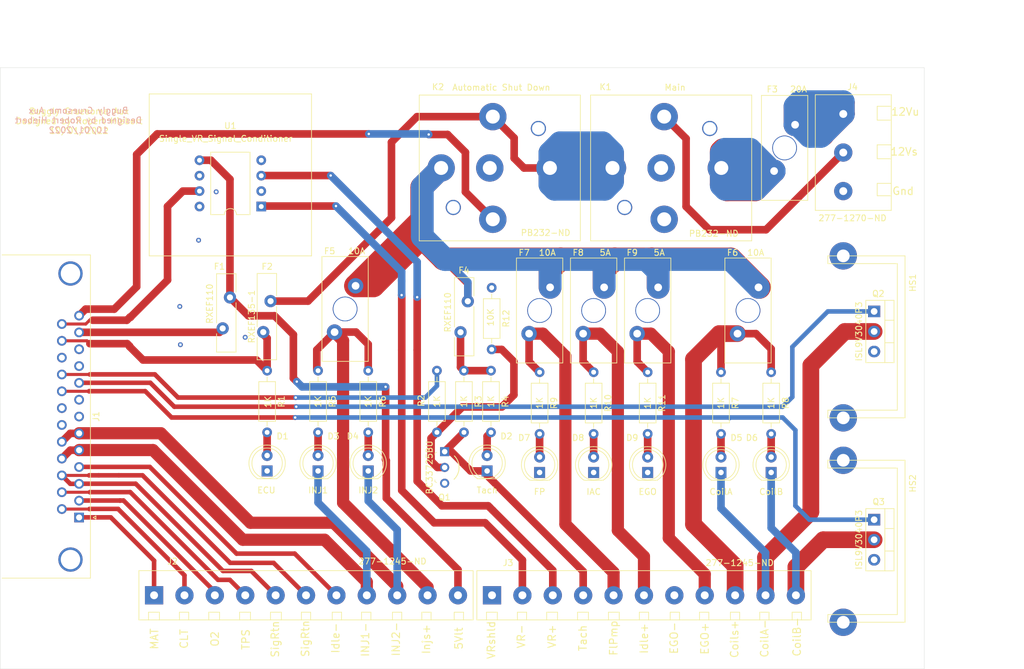
<source format=kicad_pcb>
(kicad_pcb (version 20171130) (host pcbnew "(5.1.6)-1")

  (general
    (thickness 1.6)
    (drawings 39)
    (tracks 395)
    (zones 0)
    (modules 42)
    (nets 49)
  )

  (page A4)
  (layers
    (0 F.Cu signal hide)
    (31 B.Cu signal hide)
    (32 B.Adhes user)
    (33 F.Adhes user)
    (34 B.Paste user)
    (35 F.Paste user)
    (36 B.SilkS user)
    (37 F.SilkS user)
    (38 B.Mask user)
    (39 F.Mask user)
    (40 Dwgs.User user)
    (41 Cmts.User user)
    (42 Eco1.User user)
    (43 Eco2.User user)
    (44 Edge.Cuts user)
    (45 Margin user)
    (46 B.CrtYd user)
    (47 F.CrtYd user)
    (48 B.Fab user)
    (49 F.Fab user)
  )

  (setup
    (last_trace_width 0.25)
    (user_trace_width 0.25)
    (user_trace_width 0.5)
    (user_trace_width 0.75)
    (user_trace_width 1.25)
    (user_trace_width 2)
    (user_trace_width 2.75)
    (user_trace_width 3.75)
    (user_trace_width 4.5)
    (user_trace_width 5.5)
    (user_trace_width 7.5)
    (trace_clearance 0.2)
    (zone_clearance 0.508)
    (zone_45_only no)
    (trace_min 0.2)
    (via_size 0.8)
    (via_drill 0.4)
    (via_min_size 0.4)
    (via_min_drill 0.3)
    (user_via 0.8 0.4)
    (user_via 0.8 0.4)
    (user_via 0.8 0.4)
    (user_via 1.2 0.6)
    (user_via 1.9 0.9)
    (user_via 2.5 1.25)
    (user_via 3.5 1.75)
    (user_via 4.25 2.125)
    (user_via 5 2.5)
    (user_via 7 3.5)
    (uvia_size 0.3)
    (uvia_drill 0.1)
    (uvias_allowed no)
    (uvia_min_size 0.2)
    (uvia_min_drill 0.1)
    (edge_width 0.05)
    (segment_width 0.2)
    (pcb_text_width 0.3)
    (pcb_text_size 1.5 1.5)
    (mod_edge_width 0.12)
    (mod_text_size 1 1)
    (mod_text_width 0.15)
    (pad_size 1.524 1.524)
    (pad_drill 0.762)
    (pad_to_mask_clearance 0.05)
    (aux_axis_origin 0 0)
    (visible_elements 7FFFF7FF)
    (pcbplotparams
      (layerselection 0x010fc_ffffffff)
      (usegerberextensions false)
      (usegerberattributes true)
      (usegerberadvancedattributes true)
      (creategerberjobfile true)
      (excludeedgelayer true)
      (linewidth 0.100000)
      (plotframeref false)
      (viasonmask false)
      (mode 1)
      (useauxorigin false)
      (hpglpennumber 1)
      (hpglpenspeed 20)
      (hpglpendiameter 15.000000)
      (psnegative false)
      (psa4output false)
      (plotreference true)
      (plotvalue true)
      (plotinvisibletext false)
      (padsonsilk false)
      (subtractmaskfromsilk false)
      (outputformat 1)
      (mirror false)
      (drillshape 0)
      (scaleselection 1)
      (outputdirectory ""))
  )

  (net 0 "")
  (net 1 "Net-(D1-Pad2)")
  (net 2 "Net-(D2-Pad2)")
  (net 3 "Net-(D3-Pad2)")
  (net 4 "Net-(D4-Pad2)")
  (net 5 "Net-(D5-Pad2)")
  (net 6 "Net-(D6-Pad2)")
  (net 7 "Net-(D7-Pad2)")
  (net 8 "Net-(D8-Pad2)")
  (net 9 "Net-(D9-Pad2)")
  (net 10 "Net-(F1-Pad1)")
  (net 11 "Net-(F2-Pad2)")
  (net 12 ECU)
  (net 13 "Net-(F3-Pad1)")
  (net 14 12VoltUnswitched)
  (net 15 "Net-(F4-Pad2)")
  (net 16 "Net-(F4-Pad1)")
  (net 17 SpkB)
  (net 18 TachOut)
  (net 19 SigRtn)
  (net 20 TPS)
  (net 21 CLT)
  (net 22 SpkA)
  (net 23 VRout)
  (net 24 O2)
  (net 25 MAT)
  (net 26 VR+)
  (net 27 VR-)
  (net 28 12VoltSwitched)
  (net 29 "Net-(K1-Pad87A)")
  (net 30 "Net-(K2-Pad87A)")
  (net 31 "Net-(Q1-Pad2)")
  (net 32 "Net-(U1-Pad4)")
  (net 33 EGO-)
  (net 34 Inj1-)
  (net 35 Inj2-)
  (net 36 CoilA)
  (net 37 CoilB)
  (net 38 5Vlt)
  (net 39 Injs+)
  (net 40 Coils+)
  (net 41 FlPmp)
  (net 42 Idle+)
  (net 43 EGO+)
  (net 44 Idle-)
  (net 45 Tach)
  (net 46 "Net-(U1-Pad6)")
  (net 47 "Net-(U1-Pad8)")
  (net 48 ASD)

  (net_class Default "This is the default net class."
    (clearance 0.2)
    (trace_width 0.25)
    (via_dia 0.8)
    (via_drill 0.4)
    (uvia_dia 0.3)
    (uvia_drill 0.1)
    (add_net 12VoltSwitched)
    (add_net 12VoltUnswitched)
    (add_net 5Vlt)
    (add_net ASD)
    (add_net CLT)
    (add_net CoilA)
    (add_net CoilB)
    (add_net Coils+)
    (add_net ECU)
    (add_net EGO+)
    (add_net EGO-)
    (add_net FlPmp)
    (add_net Idle+)
    (add_net Idle-)
    (add_net Inj1-)
    (add_net Inj2-)
    (add_net Injs+)
    (add_net MAT)
    (add_net "Net-(D1-Pad2)")
    (add_net "Net-(D2-Pad2)")
    (add_net "Net-(D3-Pad2)")
    (add_net "Net-(D4-Pad2)")
    (add_net "Net-(D5-Pad2)")
    (add_net "Net-(D6-Pad2)")
    (add_net "Net-(D7-Pad2)")
    (add_net "Net-(D8-Pad2)")
    (add_net "Net-(D9-Pad2)")
    (add_net "Net-(F1-Pad1)")
    (add_net "Net-(F2-Pad2)")
    (add_net "Net-(F3-Pad1)")
    (add_net "Net-(F4-Pad1)")
    (add_net "Net-(F4-Pad2)")
    (add_net "Net-(K1-Pad87A)")
    (add_net "Net-(K2-Pad87A)")
    (add_net "Net-(Q1-Pad2)")
    (add_net "Net-(U1-Pad4)")
    (add_net "Net-(U1-Pad6)")
    (add_net "Net-(U1-Pad8)")
    (add_net O2)
    (add_net SigRtn)
    (add_net SpkA)
    (add_net SpkB)
    (add_net TPS)
    (add_net Tach)
    (add_net TachOut)
    (add_net VR+)
    (add_net VR-)
    (add_net VRout)
  )

  (module Connector_Dsub:DSUB-25_Female_Horizontal_P2.77x2.84mm_EdgePinOffset9.90mm_Housed_MountingHolesOffset11.32mm (layer F.Cu) (tedit 59FEDEE2) (tstamp 6333AACD)
    (at 68.58508 108.60278 270)
    (descr "25-pin D-Sub connector, horizontal/angled (90 deg), THT-mount, female, pitch 2.77x2.84mm, pin-PCB-offset 9.9mm, distance of mounting holes 47.1mm, distance of mounting holes to PCB edge 11.32mm, see https://disti-assets.s3.amazonaws.com/tonar/files/datasheets/16730.pdf")
    (tags "25-pin D-Sub connector horizontal angled 90deg THT female pitch 2.77x2.84mm pin-PCB-offset 9.9mm mounting-holes-distance 47.1mm mounting-hole-offset 47.1mm")
    (path /632E3C72)
    (fp_text reference J1 (at -16.62 -2.8 90) (layer F.SilkS)
      (effects (font (size 1 1) (thickness 0.15)))
    )
    (fp_text value DB25_Female (at -16.62 20.81 90) (layer F.Fab)
      (effects (font (size 1 1) (thickness 0.15)))
    )
    (fp_line (start 10.45 -2.35) (end -43.7 -2.35) (layer F.CrtYd) (width 0.05))
    (fp_line (start 10.45 19.85) (end 10.45 -2.35) (layer F.CrtYd) (width 0.05))
    (fp_line (start -43.7 19.85) (end 10.45 19.85) (layer F.CrtYd) (width 0.05))
    (fp_line (start -43.7 -2.35) (end -43.7 19.85) (layer F.CrtYd) (width 0.05))
    (fp_line (start 0 -2.321325) (end -0.25 -2.754338) (layer F.SilkS) (width 0.12))
    (fp_line (start 0.25 -2.754338) (end 0 -2.321325) (layer F.SilkS) (width 0.12))
    (fp_line (start -0.25 -2.754338) (end 0.25 -2.754338) (layer F.SilkS) (width 0.12))
    (fp_line (start 9.99 -1.86) (end 9.99 12.68) (layer F.SilkS) (width 0.12))
    (fp_line (start -43.23 -1.86) (end 9.99 -1.86) (layer F.SilkS) (width 0.12))
    (fp_line (start -43.23 12.68) (end -43.23 -1.86) (layer F.SilkS) (width 0.12))
    (fp_line (start 8.53 12.74) (end 8.53 1.42) (layer F.Fab) (width 0.1))
    (fp_line (start 5.33 12.74) (end 5.33 1.42) (layer F.Fab) (width 0.1))
    (fp_line (start -38.57 12.74) (end -38.57 1.42) (layer F.Fab) (width 0.1))
    (fp_line (start -41.77 12.74) (end -41.77 1.42) (layer F.Fab) (width 0.1))
    (fp_line (start 9.43 13.14) (end 4.43 13.14) (layer F.Fab) (width 0.1))
    (fp_line (start 9.43 18.14) (end 9.43 13.14) (layer F.Fab) (width 0.1))
    (fp_line (start 4.43 18.14) (end 9.43 18.14) (layer F.Fab) (width 0.1))
    (fp_line (start 4.43 13.14) (end 4.43 18.14) (layer F.Fab) (width 0.1))
    (fp_line (start -37.67 13.14) (end -42.67 13.14) (layer F.Fab) (width 0.1))
    (fp_line (start -37.67 18.14) (end -37.67 13.14) (layer F.Fab) (width 0.1))
    (fp_line (start -42.67 18.14) (end -37.67 18.14) (layer F.Fab) (width 0.1))
    (fp_line (start -42.67 13.14) (end -42.67 18.14) (layer F.Fab) (width 0.1))
    (fp_line (start 2.53 13.14) (end -35.77 13.14) (layer F.Fab) (width 0.1))
    (fp_line (start 2.53 19.31) (end 2.53 13.14) (layer F.Fab) (width 0.1))
    (fp_line (start -35.77 19.31) (end 2.53 19.31) (layer F.Fab) (width 0.1))
    (fp_line (start -35.77 13.14) (end -35.77 19.31) (layer F.Fab) (width 0.1))
    (fp_line (start 9.93 12.74) (end -43.17 12.74) (layer F.Fab) (width 0.1))
    (fp_line (start 9.93 13.14) (end 9.93 12.74) (layer F.Fab) (width 0.1))
    (fp_line (start -43.17 13.14) (end 9.93 13.14) (layer F.Fab) (width 0.1))
    (fp_line (start -43.17 12.74) (end -43.17 13.14) (layer F.Fab) (width 0.1))
    (fp_line (start 9.93 -1.8) (end -43.17 -1.8) (layer F.Fab) (width 0.1))
    (fp_line (start 9.93 12.74) (end 9.93 -1.8) (layer F.Fab) (width 0.1))
    (fp_line (start -43.17 12.74) (end 9.93 12.74) (layer F.Fab) (width 0.1))
    (fp_line (start -43.17 -1.8) (end -43.17 12.74) (layer F.Fab) (width 0.1))
    (fp_text user %R (at -16.62 16.225 90) (layer F.Fab)
      (effects (font (size 1 1) (thickness 0.15)))
    )
    (fp_arc (start 6.93 1.42) (end 5.33 1.42) (angle 180) (layer F.Fab) (width 0.1))
    (fp_arc (start -40.17 1.42) (end -41.77 1.42) (angle 180) (layer F.Fab) (width 0.1))
    (pad 0 thru_hole circle (at 6.93 1.42 270) (size 4 4) (drill 3.2) (layers *.Cu *.Mask))
    (pad 0 thru_hole circle (at -40.17 1.42 270) (size 4 4) (drill 3.2) (layers *.Cu *.Mask))
    (pad 25 thru_hole circle (at -31.855 2.84 270) (size 1.6 1.6) (drill 1) (layers *.Cu *.Mask)
      (net 23 VRout))
    (pad 24 thru_hole circle (at -29.085 2.84 270) (size 1.6 1.6) (drill 1) (layers *.Cu *.Mask)
      (net 12 ECU))
    (pad 23 thru_hole circle (at -26.315 2.84 270) (size 1.6 1.6) (drill 1) (layers *.Cu *.Mask)
      (net 33 EGO-))
    (pad 22 thru_hole circle (at -23.545 2.84 270) (size 1.6 1.6) (drill 1) (layers *.Cu *.Mask)
      (net 18 TachOut))
    (pad 21 thru_hole circle (at -20.775 2.84 270) (size 1.6 1.6) (drill 1) (layers *.Cu *.Mask)
      (net 17 SpkB))
    (pad 20 thru_hole circle (at -18.005 2.84 270) (size 1.6 1.6) (drill 1) (layers *.Cu *.Mask)
      (net 33 EGO-))
    (pad 19 thru_hole circle (at -15.235 2.84 270) (size 1.6 1.6) (drill 1) (layers *.Cu *.Mask)
      (net 33 EGO-))
    (pad 18 thru_hole circle (at -12.465 2.84 270) (size 1.6 1.6) (drill 1) (layers *.Cu *.Mask)
      (net 35 Inj2-))
    (pad 17 thru_hole circle (at -9.695 2.84 270) (size 1.6 1.6) (drill 1) (layers *.Cu *.Mask)
      (net 34 Inj1-))
    (pad 16 thru_hole circle (at -6.925 2.84 270) (size 1.6 1.6) (drill 1) (layers *.Cu *.Mask)
      (net 19 SigRtn))
    (pad 15 thru_hole circle (at -4.155 2.84 270) (size 1.6 1.6) (drill 1) (layers *.Cu *.Mask)
      (net 20 TPS))
    (pad 14 thru_hole circle (at -1.385 2.84 270) (size 1.6 1.6) (drill 1) (layers *.Cu *.Mask)
      (net 21 CLT))
    (pad 13 thru_hole circle (at -33.24 0 270) (size 1.6 1.6) (drill 1) (layers *.Cu *.Mask)
      (net 48 ASD))
    (pad 12 thru_hole circle (at -30.47 0 270) (size 1.6 1.6) (drill 1) (layers *.Cu *.Mask)
      (net 10 "Net-(F1-Pad1)"))
    (pad 11 thru_hole circle (at -27.7 0 270) (size 1.6 1.6) (drill 1) (layers *.Cu *.Mask)
      (net 33 EGO-))
    (pad 10 thru_hole circle (at -24.93 0 270) (size 1.6 1.6) (drill 1) (layers *.Cu *.Mask)
      (net 33 EGO-))
    (pad 9 thru_hole circle (at -22.16 0 270) (size 1.6 1.6) (drill 1) (layers *.Cu *.Mask)
      (net 22 SpkA))
    (pad 8 thru_hole circle (at -19.39 0 270) (size 1.6 1.6) (drill 1) (layers *.Cu *.Mask)
      (net 33 EGO-))
    (pad 7 thru_hole circle (at -16.62 0 270) (size 1.6 1.6) (drill 1) (layers *.Cu *.Mask)
      (net 33 EGO-))
    (pad 6 thru_hole circle (at -13.85 0 270) (size 1.6 1.6) (drill 1) (layers *.Cu *.Mask)
      (net 35 Inj2-))
    (pad 5 thru_hole circle (at -11.08 0 270) (size 1.6 1.6) (drill 1) (layers *.Cu *.Mask)
      (net 34 Inj1-))
    (pad 4 thru_hole circle (at -8.31 0 270) (size 1.6 1.6) (drill 1) (layers *.Cu *.Mask)
      (net 44 Idle-))
    (pad 3 thru_hole circle (at -5.54 0 270) (size 1.6 1.6) (drill 1) (layers *.Cu *.Mask)
      (net 19 SigRtn))
    (pad 2 thru_hole circle (at -2.77 0 270) (size 1.6 1.6) (drill 1) (layers *.Cu *.Mask)
      (net 24 O2))
    (pad 1 thru_hole rect (at 0 0 270) (size 1.6 1.6) (drill 1) (layers *.Cu *.Mask)
      (net 25 MAT))
    (model ${KISYS3DMOD}/Connector_Dsub.3dshapes/DSUB-25_Female_Horizontal_P2.77x2.84mm_EdgePinOffset9.90mm_Housed_MountingHolesOffset11.32mm.wrl
      (at (xyz 0 0 0))
      (scale (xyz 1 1 1))
      (rotate (xyz 0 0 0))
    )
  )

  (module "Buggly Gruesome Aux:TO-220-3_Vertical_Wide" (layer F.Cu) (tedit 633623BE) (tstamp 633F5C25)
    (at 199.39 109.728 270)
    (descr "TO-220-3, Vertical, RM 2.54mm, see https://www.vishay.com/docs/66542/to-220-1.pdf")
    (tags "TO-220-3 Vertical RM 2.54mm")
    (path /633FDA0E)
    (fp_text reference Q3 (at -3.70586 -0.7493 180) (layer F.SilkS)
      (effects (font (size 1 1) (thickness 0.15)))
    )
    (fp_text value ISL9V3040P3 (at 2.54 2.5 90) (layer F.SilkS)
      (effects (font (size 1 1) (thickness 0.15)))
    )
    (fp_line (start 7.79 -3.4) (end -2.71 -3.4) (layer F.CrtYd) (width 0.05))
    (fp_line (start 7.79 1.51) (end 7.79 -3.4) (layer F.CrtYd) (width 0.05))
    (fp_line (start -2.71 1.51) (end 7.79 1.51) (layer F.CrtYd) (width 0.05))
    (fp_line (start -2.71 -3.4) (end -2.71 1.51) (layer F.CrtYd) (width 0.05))
    (fp_line (start 4.391 -3.27) (end 4.391 -1.76) (layer F.SilkS) (width 0.12))
    (fp_line (start 0.69 -3.27) (end 0.69 -1.76) (layer F.SilkS) (width 0.12))
    (fp_line (start -2.58 -1.76) (end 7.66 -1.76) (layer F.SilkS) (width 0.12))
    (fp_line (start 7.66 -3.27) (end 7.66 1.371) (layer F.SilkS) (width 0.12))
    (fp_line (start -2.58 -3.27) (end -2.58 1.371) (layer F.SilkS) (width 0.12))
    (fp_line (start -2.58 1.371) (end 7.66 1.371) (layer F.SilkS) (width 0.12))
    (fp_line (start -2.58 -3.27) (end 7.66 -3.27) (layer F.SilkS) (width 0.12))
    (fp_line (start 4.39 -3.15) (end 4.39 -1.88) (layer F.Fab) (width 0.1))
    (fp_line (start 0.69 -3.15) (end 0.69 -1.88) (layer F.Fab) (width 0.1))
    (fp_line (start -2.46 -1.88) (end 7.54 -1.88) (layer F.Fab) (width 0.1))
    (fp_line (start 7.54 -3.15) (end -2.46 -3.15) (layer F.Fab) (width 0.1))
    (fp_line (start 7.54 1.25) (end 7.54 -3.15) (layer F.Fab) (width 0.1))
    (fp_line (start -2.46 1.25) (end 7.54 1.25) (layer F.Fab) (width 0.1))
    (fp_line (start -2.46 -3.15) (end -2.46 1.25) (layer F.Fab) (width 0.1))
    (fp_text user %R (at 2.54 -4.27 90) (layer F.Fab)
      (effects (font (size 1 1) (thickness 0.15)))
    )
    (pad 3 thru_hole oval (at 5.842 0 270) (size 1.905 2) (drill 1.1) (layers *.Cu *.Mask)
      (net 33 EGO-))
    (pad 2 thru_hole oval (at 2.54 0 270) (size 1.905 2) (drill 1.1) (layers *.Cu *.Mask)
      (net 37 CoilB))
    (pad 1 thru_hole rect (at -0.762 0 270) (size 1.905 2) (drill 1.1) (layers *.Cu *.Mask)
      (net 17 SpkB))
    (model ${KISYS3DMOD}/Package_TO_SOT_THT.3dshapes/TO-220-3_Vertical.wrl
      (at (xyz 0 0 0))
      (scale (xyz 1 1 1))
      (rotate (xyz 0 0 0))
    )
  )

  (module "Buggly Gruesome Aux:TO-220-3_Vertical_Wide" (layer F.Cu) (tedit 633623BE) (tstamp 633F5C0B)
    (at 199.39 75.438 270)
    (descr "TO-220-3, Vertical, RM 2.54mm, see https://www.vishay.com/docs/66542/to-220-1.pdf")
    (tags "TO-220-3 Vertical RM 2.54mm")
    (path /633FCEB8)
    (fp_text reference Q2 (at -3.67792 -0.68326 180) (layer F.SilkS)
      (effects (font (size 1 1) (thickness 0.15)))
    )
    (fp_text value ISL9V3040P3 (at 2.54 2.5 90) (layer F.SilkS)
      (effects (font (size 1 1) (thickness 0.15)))
    )
    (fp_line (start 7.79 -3.4) (end -2.71 -3.4) (layer F.CrtYd) (width 0.05))
    (fp_line (start 7.79 1.51) (end 7.79 -3.4) (layer F.CrtYd) (width 0.05))
    (fp_line (start -2.71 1.51) (end 7.79 1.51) (layer F.CrtYd) (width 0.05))
    (fp_line (start -2.71 -3.4) (end -2.71 1.51) (layer F.CrtYd) (width 0.05))
    (fp_line (start 4.391 -3.27) (end 4.391 -1.76) (layer F.SilkS) (width 0.12))
    (fp_line (start 0.69 -3.27) (end 0.69 -1.76) (layer F.SilkS) (width 0.12))
    (fp_line (start -2.58 -1.76) (end 7.66 -1.76) (layer F.SilkS) (width 0.12))
    (fp_line (start 7.66 -3.27) (end 7.66 1.371) (layer F.SilkS) (width 0.12))
    (fp_line (start -2.58 -3.27) (end -2.58 1.371) (layer F.SilkS) (width 0.12))
    (fp_line (start -2.58 1.371) (end 7.66 1.371) (layer F.SilkS) (width 0.12))
    (fp_line (start -2.58 -3.27) (end 7.66 -3.27) (layer F.SilkS) (width 0.12))
    (fp_line (start 4.39 -3.15) (end 4.39 -1.88) (layer F.Fab) (width 0.1))
    (fp_line (start 0.69 -3.15) (end 0.69 -1.88) (layer F.Fab) (width 0.1))
    (fp_line (start -2.46 -1.88) (end 7.54 -1.88) (layer F.Fab) (width 0.1))
    (fp_line (start 7.54 -3.15) (end -2.46 -3.15) (layer F.Fab) (width 0.1))
    (fp_line (start 7.54 1.25) (end 7.54 -3.15) (layer F.Fab) (width 0.1))
    (fp_line (start -2.46 1.25) (end 7.54 1.25) (layer F.Fab) (width 0.1))
    (fp_line (start -2.46 -3.15) (end -2.46 1.25) (layer F.Fab) (width 0.1))
    (fp_text user %R (at 2.54 -4.27 90) (layer F.Fab)
      (effects (font (size 1 1) (thickness 0.15)))
    )
    (pad 3 thru_hole oval (at 5.842 0 270) (size 1.905 2) (drill 1.1) (layers *.Cu *.Mask)
      (net 33 EGO-))
    (pad 2 thru_hole oval (at 2.54 0 270) (size 1.905 2) (drill 1.1) (layers *.Cu *.Mask)
      (net 36 CoilA))
    (pad 1 thru_hole rect (at -0.762 0 270) (size 1.905 2) (drill 1.1) (layers *.Cu *.Mask)
      (net 22 SpkA))
    (model ${KISYS3DMOD}/Package_TO_SOT_THT.3dshapes/TO-220-3_Vertical.wrl
      (at (xyz 0 0 0))
      (scale (xyz 1 1 1))
      (rotate (xyz 0 0 0))
    )
  )

  (module Resistor_THT:R_Axial_DIN0207_L6.3mm_D2.5mm_P10.16mm_Horizontal (layer F.Cu) (tedit 5AE5139B) (tstamp 633E544D)
    (at 136.46658 70.77202 270)
    (descr "Resistor, Axial_DIN0207 series, Axial, Horizontal, pin pitch=10.16mm, 0.25W = 1/4W, length*diameter=6.3*2.5mm^2, http://cdn-reichelt.de/documents/datenblatt/B400/1_4W%23YAG.pdf")
    (tags "Resistor Axial_DIN0207 series Axial Horizontal pin pitch 10.16mm 0.25W = 1/4W length 6.3mm diameter 2.5mm")
    (path /633EAC3D)
    (fp_text reference R12 (at 5.08 -2.37 90) (layer F.SilkS)
      (effects (font (size 1 1) (thickness 0.15)))
    )
    (fp_text value 10K (at 4.87934 0.1778 90) (layer F.SilkS)
      (effects (font (size 1 1) (thickness 0.15)))
    )
    (fp_line (start 1.93 -1.25) (end 1.93 1.25) (layer F.Fab) (width 0.1))
    (fp_line (start 1.93 1.25) (end 8.23 1.25) (layer F.Fab) (width 0.1))
    (fp_line (start 8.23 1.25) (end 8.23 -1.25) (layer F.Fab) (width 0.1))
    (fp_line (start 8.23 -1.25) (end 1.93 -1.25) (layer F.Fab) (width 0.1))
    (fp_line (start 0 0) (end 1.93 0) (layer F.Fab) (width 0.1))
    (fp_line (start 10.16 0) (end 8.23 0) (layer F.Fab) (width 0.1))
    (fp_line (start 1.81 -1.37) (end 1.81 1.37) (layer F.SilkS) (width 0.12))
    (fp_line (start 1.81 1.37) (end 8.35 1.37) (layer F.SilkS) (width 0.12))
    (fp_line (start 8.35 1.37) (end 8.35 -1.37) (layer F.SilkS) (width 0.12))
    (fp_line (start 8.35 -1.37) (end 1.81 -1.37) (layer F.SilkS) (width 0.12))
    (fp_line (start 1.04 0) (end 1.81 0) (layer F.SilkS) (width 0.12))
    (fp_line (start 9.12 0) (end 8.35 0) (layer F.SilkS) (width 0.12))
    (fp_line (start -1.05 -1.5) (end -1.05 1.5) (layer F.CrtYd) (width 0.05))
    (fp_line (start -1.05 1.5) (end 11.21 1.5) (layer F.CrtYd) (width 0.05))
    (fp_line (start 11.21 1.5) (end 11.21 -1.5) (layer F.CrtYd) (width 0.05))
    (fp_line (start 11.21 -1.5) (end -1.05 -1.5) (layer F.CrtYd) (width 0.05))
    (fp_text user %R (at 5.08254 -2.30886 90) (layer F.Fab)
      (effects (font (size 1 1) (thickness 0.15)))
    )
    (pad 2 thru_hole oval (at 10.16 0 270) (size 1.6 1.6) (drill 0.8) (layers *.Cu *.Mask)
      (net 31 "Net-(Q1-Pad2)"))
    (pad 1 thru_hole circle (at 0 0 270) (size 1.6 1.6) (drill 0.8) (layers *.Cu *.Mask)
      (net 33 EGO-))
    (model ${KISYS3DMOD}/Resistor_THT.3dshapes/R_Axial_DIN0207_L6.3mm_D2.5mm_P10.16mm_Horizontal.wrl
      (at (xyz 0 0 0))
      (scale (xyz 1 1 1))
      (rotate (xyz 0 0 0))
    )
  )

  (module BPEM488CWaux:Single_VR_Conditioner (layer F.Cu) (tedit 63361808) (tstamp 63369C5F)
    (at 98.552 57.404 180)
    (descr "8-lead though-hole mounted DIP package, row spacing 10.16 mm (400 mils)")
    (tags "THT DIP DIL PDIP 2.54mm 10.16mm 400mil")
    (path /633D3EB4)
    (fp_text reference U1 (at 5.08762 13.29436) (layer F.SilkS)
      (effects (font (size 1 1) (thickness 0.15)))
    )
    (fp_text value Single_VR_Signal_Conditioner (at 5.842 11.176) (layer F.SilkS)
      (effects (font (size 1 1) (thickness 0.15)))
    )
    (fp_line (start 2.905 -1.27) (end 8.255 -1.27) (layer F.Fab) (width 0.1))
    (fp_line (start 8.255 -1.27) (end 8.255 8.89) (layer F.Fab) (width 0.1))
    (fp_line (start 8.255 8.89) (end 1.905 8.89) (layer F.Fab) (width 0.1))
    (fp_line (start 1.905 8.89) (end 1.905 -0.27) (layer F.Fab) (width 0.1))
    (fp_line (start 1.905 -0.27) (end 2.905 -1.27) (layer F.Fab) (width 0.1))
    (fp_line (start 4.08 -1.33) (end 1.845 -1.33) (layer F.SilkS) (width 0.12))
    (fp_line (start 1.845 -1.33) (end 1.845 8.95) (layer F.SilkS) (width 0.12))
    (fp_line (start 1.845 8.95) (end 8.315 8.95) (layer F.SilkS) (width 0.12))
    (fp_line (start 8.315 8.95) (end 8.315 -1.33) (layer F.SilkS) (width 0.12))
    (fp_line (start 8.315 -1.33) (end 6.08 -1.33) (layer F.SilkS) (width 0.12))
    (fp_line (start -1.05 -1.55) (end -1.05 9.15) (layer F.CrtYd) (width 0.05))
    (fp_line (start -1.05 9.15) (end 11.25 9.15) (layer F.CrtYd) (width 0.05))
    (fp_line (start 11.25 9.15) (end 11.25 -1.55) (layer F.CrtYd) (width 0.05))
    (fp_line (start 11.25 -1.55) (end -1.05 -1.55) (layer F.CrtYd) (width 0.05))
    (fp_line (start -8.27 -8.13) (end 18.43 -8.13) (layer F.SilkS) (width 0.12))
    (fp_line (start 18.43 18.54) (end -8.27 18.54) (layer F.SilkS) (width 0.12))
    (fp_line (start 18.43 -8.13) (end 18.43 18.54) (layer F.SilkS) (width 0.12))
    (fp_line (start -8.27 18.54) (end -8.27 -8.13) (layer F.SilkS) (width 0.12))
    (fp_arc (start 5.08 -1.33) (end 4.08 -1.33) (angle -180) (layer F.SilkS) (width 0.12))
    (fp_text user %R (at 5.08 3.81) (layer F.Fab)
      (effects (font (size 1 1) (thickness 0.15)))
    )
    (pad 1 thru_hole rect (at 0 0 180) (size 1.6 1.6) (drill 0.8) (layers *.Cu *.Mask)
      (net 27 VR-))
    (pad 5 thru_hole oval (at 10.16 7.62 180) (size 1.6 1.6) (drill 0.8) (layers *.Cu *.Mask)
      (net 38 5Vlt))
    (pad 2 thru_hole oval (at 0 2.54 180) (size 1.6 1.6) (drill 0.8) (layers *.Cu *.Mask)
      (net 33 EGO-))
    (pad 6 thru_hole oval (at 10.16 5.08 180) (size 1.6 1.6) (drill 0.8) (layers *.Cu *.Mask)
      (net 46 "Net-(U1-Pad6)"))
    (pad 3 thru_hole oval (at 0 5.08 180) (size 1.6 1.6) (drill 0.8) (layers *.Cu *.Mask)
      (net 26 VR+))
    (pad 7 thru_hole oval (at 10.16 2.54 180) (size 1.6 1.6) (drill 0.8) (layers *.Cu *.Mask)
      (net 23 VRout))
    (pad 4 thru_hole oval (at 0 7.62 180) (size 1.6 1.6) (drill 0.8) (layers *.Cu *.Mask)
      (net 32 "Net-(U1-Pad4)"))
    (pad 8 thru_hole oval (at 10.16 0 180) (size 1.6 1.6) (drill 0.8) (layers *.Cu *.Mask)
      (net 47 "Net-(U1-Pad8)"))
    (model ${KISYS3DMOD}/Package_DIP.3dshapes/DIP-8_W10.16mm.wrl
      (at (xyz 0 0 0))
      (scale (xyz 1 1 1))
      (rotate (xyz 0 0 0))
    )
  )

  (module Resistor_THT:R_Axial_DIN0207_L6.3mm_D2.5mm_P10.16mm_Horizontal (layer F.Cu) (tedit 5AE5139B) (tstamp 6333ACAE)
    (at 162.1282 84.6836 270)
    (descr "Resistor, Axial_DIN0207 series, Axial, Horizontal, pin pitch=10.16mm, 0.25W = 1/4W, length*diameter=6.3*2.5mm^2, http://cdn-reichelt.de/documents/datenblatt/B400/1_4W%23YAG.pdf")
    (tags "Resistor Axial_DIN0207 series Axial Horizontal pin pitch 10.16mm 0.25W = 1/4W length 6.3mm diameter 2.5mm")
    (path /632EA2E1)
    (fp_text reference R11 (at 5.08 -2.37 90) (layer F.SilkS)
      (effects (font (size 1 1) (thickness 0.15)))
    )
    (fp_text value 1K (at 5.08 0 90) (layer F.SilkS)
      (effects (font (size 1 1) (thickness 0.15)))
    )
    (fp_line (start 11.21 -1.5) (end -1.05 -1.5) (layer F.CrtYd) (width 0.05))
    (fp_line (start 11.21 1.5) (end 11.21 -1.5) (layer F.CrtYd) (width 0.05))
    (fp_line (start -1.05 1.5) (end 11.21 1.5) (layer F.CrtYd) (width 0.05))
    (fp_line (start -1.05 -1.5) (end -1.05 1.5) (layer F.CrtYd) (width 0.05))
    (fp_line (start 9.12 0) (end 8.35 0) (layer F.SilkS) (width 0.12))
    (fp_line (start 1.04 0) (end 1.81 0) (layer F.SilkS) (width 0.12))
    (fp_line (start 8.35 -1.37) (end 1.81 -1.37) (layer F.SilkS) (width 0.12))
    (fp_line (start 8.35 1.37) (end 8.35 -1.37) (layer F.SilkS) (width 0.12))
    (fp_line (start 1.81 1.37) (end 8.35 1.37) (layer F.SilkS) (width 0.12))
    (fp_line (start 1.81 -1.37) (end 1.81 1.37) (layer F.SilkS) (width 0.12))
    (fp_line (start 10.16 0) (end 8.23 0) (layer F.Fab) (width 0.1))
    (fp_line (start 0 0) (end 1.93 0) (layer F.Fab) (width 0.1))
    (fp_line (start 8.23 -1.25) (end 1.93 -1.25) (layer F.Fab) (width 0.1))
    (fp_line (start 8.23 1.25) (end 8.23 -1.25) (layer F.Fab) (width 0.1))
    (fp_line (start 1.93 1.25) (end 8.23 1.25) (layer F.Fab) (width 0.1))
    (fp_line (start 1.93 -1.25) (end 1.93 1.25) (layer F.Fab) (width 0.1))
    (fp_text user %R (at 5.08 -2.54 90) (layer F.Fab)
      (effects (font (size 1 1) (thickness 0.15)))
    )
    (pad 2 thru_hole oval (at 10.16 0 270) (size 1.6 1.6) (drill 0.8) (layers *.Cu *.Mask)
      (net 9 "Net-(D9-Pad2)"))
    (pad 1 thru_hole circle (at 0 0 270) (size 1.6 1.6) (drill 0.8) (layers *.Cu *.Mask)
      (net 43 EGO+))
    (model ${KISYS3DMOD}/Resistor_THT.3dshapes/R_Axial_DIN0207_L6.3mm_D2.5mm_P10.16mm_Horizontal.wrl
      (at (xyz 0 0 0))
      (scale (xyz 1 1 1))
      (rotate (xyz 0 0 0))
    )
  )

  (module Resistor_THT:R_Axial_DIN0207_L6.3mm_D2.5mm_P10.16mm_Horizontal (layer F.Cu) (tedit 5AE5139B) (tstamp 6333AC97)
    (at 153.2382 84.6836 270)
    (descr "Resistor, Axial_DIN0207 series, Axial, Horizontal, pin pitch=10.16mm, 0.25W = 1/4W, length*diameter=6.3*2.5mm^2, http://cdn-reichelt.de/documents/datenblatt/B400/1_4W%23YAG.pdf")
    (tags "Resistor Axial_DIN0207 series Axial Horizontal pin pitch 10.16mm 0.25W = 1/4W length 6.3mm diameter 2.5mm")
    (path /633B7406)
    (fp_text reference R10 (at 5.08 -2.37 90) (layer F.SilkS)
      (effects (font (size 1 1) (thickness 0.15)))
    )
    (fp_text value 1K (at 5.08 0 90) (layer F.SilkS)
      (effects (font (size 1 1) (thickness 0.15)))
    )
    (fp_line (start 11.21 -1.5) (end -1.05 -1.5) (layer F.CrtYd) (width 0.05))
    (fp_line (start 11.21 1.5) (end 11.21 -1.5) (layer F.CrtYd) (width 0.05))
    (fp_line (start -1.05 1.5) (end 11.21 1.5) (layer F.CrtYd) (width 0.05))
    (fp_line (start -1.05 -1.5) (end -1.05 1.5) (layer F.CrtYd) (width 0.05))
    (fp_line (start 9.12 0) (end 8.35 0) (layer F.SilkS) (width 0.12))
    (fp_line (start 1.04 0) (end 1.81 0) (layer F.SilkS) (width 0.12))
    (fp_line (start 8.35 -1.37) (end 1.81 -1.37) (layer F.SilkS) (width 0.12))
    (fp_line (start 8.35 1.37) (end 8.35 -1.37) (layer F.SilkS) (width 0.12))
    (fp_line (start 1.81 1.37) (end 8.35 1.37) (layer F.SilkS) (width 0.12))
    (fp_line (start 1.81 -1.37) (end 1.81 1.37) (layer F.SilkS) (width 0.12))
    (fp_line (start 10.16 0) (end 8.23 0) (layer F.Fab) (width 0.1))
    (fp_line (start 0 0) (end 1.93 0) (layer F.Fab) (width 0.1))
    (fp_line (start 8.23 -1.25) (end 1.93 -1.25) (layer F.Fab) (width 0.1))
    (fp_line (start 8.23 1.25) (end 8.23 -1.25) (layer F.Fab) (width 0.1))
    (fp_line (start 1.93 1.25) (end 8.23 1.25) (layer F.Fab) (width 0.1))
    (fp_line (start 1.93 -1.25) (end 1.93 1.25) (layer F.Fab) (width 0.1))
    (fp_text user %R (at 5.08 -2.54 90) (layer F.Fab)
      (effects (font (size 1 1) (thickness 0.15)))
    )
    (pad 2 thru_hole oval (at 10.16 0 270) (size 1.6 1.6) (drill 0.8) (layers *.Cu *.Mask)
      (net 8 "Net-(D8-Pad2)"))
    (pad 1 thru_hole circle (at 0 0 270) (size 1.6 1.6) (drill 0.8) (layers *.Cu *.Mask)
      (net 42 Idle+))
    (model ${KISYS3DMOD}/Resistor_THT.3dshapes/R_Axial_DIN0207_L6.3mm_D2.5mm_P10.16mm_Horizontal.wrl
      (at (xyz 0 0 0))
      (scale (xyz 1 1 1))
      (rotate (xyz 0 0 0))
    )
  )

  (module Resistor_THT:R_Axial_DIN0207_L6.3mm_D2.5mm_P10.16mm_Horizontal (layer F.Cu) (tedit 5AE5139B) (tstamp 6333AC80)
    (at 144.3482 84.6836 270)
    (descr "Resistor, Axial_DIN0207 series, Axial, Horizontal, pin pitch=10.16mm, 0.25W = 1/4W, length*diameter=6.3*2.5mm^2, http://cdn-reichelt.de/documents/datenblatt/B400/1_4W%23YAG.pdf")
    (tags "Resistor Axial_DIN0207 series Axial Horizontal pin pitch 10.16mm 0.25W = 1/4W length 6.3mm diameter 2.5mm")
    (path /633C198C)
    (fp_text reference R9 (at 5.08 -2.37 90) (layer F.SilkS)
      (effects (font (size 1 1) (thickness 0.15)))
    )
    (fp_text value 1K (at 5.08 0 90) (layer F.SilkS)
      (effects (font (size 1 1) (thickness 0.15)))
    )
    (fp_line (start 11.21 -1.5) (end -1.05 -1.5) (layer F.CrtYd) (width 0.05))
    (fp_line (start 11.21 1.5) (end 11.21 -1.5) (layer F.CrtYd) (width 0.05))
    (fp_line (start -1.05 1.5) (end 11.21 1.5) (layer F.CrtYd) (width 0.05))
    (fp_line (start -1.05 -1.5) (end -1.05 1.5) (layer F.CrtYd) (width 0.05))
    (fp_line (start 9.12 0) (end 8.35 0) (layer F.SilkS) (width 0.12))
    (fp_line (start 1.04 0) (end 1.81 0) (layer F.SilkS) (width 0.12))
    (fp_line (start 8.35 -1.37) (end 1.81 -1.37) (layer F.SilkS) (width 0.12))
    (fp_line (start 8.35 1.37) (end 8.35 -1.37) (layer F.SilkS) (width 0.12))
    (fp_line (start 1.81 1.37) (end 8.35 1.37) (layer F.SilkS) (width 0.12))
    (fp_line (start 1.81 -1.37) (end 1.81 1.37) (layer F.SilkS) (width 0.12))
    (fp_line (start 10.16 0) (end 8.23 0) (layer F.Fab) (width 0.1))
    (fp_line (start 0 0) (end 1.93 0) (layer F.Fab) (width 0.1))
    (fp_line (start 8.23 -1.25) (end 1.93 -1.25) (layer F.Fab) (width 0.1))
    (fp_line (start 8.23 1.25) (end 8.23 -1.25) (layer F.Fab) (width 0.1))
    (fp_line (start 1.93 1.25) (end 8.23 1.25) (layer F.Fab) (width 0.1))
    (fp_line (start 1.93 -1.25) (end 1.93 1.25) (layer F.Fab) (width 0.1))
    (fp_text user %R (at 5.08 -2.54 90) (layer F.Fab)
      (effects (font (size 1 1) (thickness 0.15)))
    )
    (pad 2 thru_hole oval (at 10.16 0 270) (size 1.6 1.6) (drill 0.8) (layers *.Cu *.Mask)
      (net 7 "Net-(D7-Pad2)"))
    (pad 1 thru_hole circle (at 0 0 270) (size 1.6 1.6) (drill 0.8) (layers *.Cu *.Mask)
      (net 41 FlPmp))
    (model ${KISYS3DMOD}/Resistor_THT.3dshapes/R_Axial_DIN0207_L6.3mm_D2.5mm_P10.16mm_Horizontal.wrl
      (at (xyz 0 0 0))
      (scale (xyz 1 1 1))
      (rotate (xyz 0 0 0))
    )
  )

  (module Resistor_THT:R_Axial_DIN0207_L6.3mm_D2.5mm_P10.16mm_Horizontal (layer F.Cu) (tedit 5AE5139B) (tstamp 6333AC69)
    (at 182.4482 84.6836 270)
    (descr "Resistor, Axial_DIN0207 series, Axial, Horizontal, pin pitch=10.16mm, 0.25W = 1/4W, length*diameter=6.3*2.5mm^2, http://cdn-reichelt.de/documents/datenblatt/B400/1_4W%23YAG.pdf")
    (tags "Resistor Axial_DIN0207 series Axial Horizontal pin pitch 10.16mm 0.25W = 1/4W length 6.3mm diameter 2.5mm")
    (path /633433D8)
    (fp_text reference R8 (at 5.08 -2.37 90) (layer F.SilkS)
      (effects (font (size 1 1) (thickness 0.15)))
    )
    (fp_text value 1K (at 5.08 0 90) (layer F.SilkS)
      (effects (font (size 1 1) (thickness 0.15)))
    )
    (fp_line (start 11.21 -1.5) (end -1.05 -1.5) (layer F.CrtYd) (width 0.05))
    (fp_line (start 11.21 1.5) (end 11.21 -1.5) (layer F.CrtYd) (width 0.05))
    (fp_line (start -1.05 1.5) (end 11.21 1.5) (layer F.CrtYd) (width 0.05))
    (fp_line (start -1.05 -1.5) (end -1.05 1.5) (layer F.CrtYd) (width 0.05))
    (fp_line (start 9.12 0) (end 8.35 0) (layer F.SilkS) (width 0.12))
    (fp_line (start 1.04 0) (end 1.81 0) (layer F.SilkS) (width 0.12))
    (fp_line (start 8.35 -1.37) (end 1.81 -1.37) (layer F.SilkS) (width 0.12))
    (fp_line (start 8.35 1.37) (end 8.35 -1.37) (layer F.SilkS) (width 0.12))
    (fp_line (start 1.81 1.37) (end 8.35 1.37) (layer F.SilkS) (width 0.12))
    (fp_line (start 1.81 -1.37) (end 1.81 1.37) (layer F.SilkS) (width 0.12))
    (fp_line (start 10.16 0) (end 8.23 0) (layer F.Fab) (width 0.1))
    (fp_line (start 0 0) (end 1.93 0) (layer F.Fab) (width 0.1))
    (fp_line (start 8.23 -1.25) (end 1.93 -1.25) (layer F.Fab) (width 0.1))
    (fp_line (start 8.23 1.25) (end 8.23 -1.25) (layer F.Fab) (width 0.1))
    (fp_line (start 1.93 1.25) (end 8.23 1.25) (layer F.Fab) (width 0.1))
    (fp_line (start 1.93 -1.25) (end 1.93 1.25) (layer F.Fab) (width 0.1))
    (fp_text user %R (at 5.08 -2.54 90) (layer F.Fab)
      (effects (font (size 1 1) (thickness 0.15)))
    )
    (pad 2 thru_hole oval (at 10.16 0 270) (size 1.6 1.6) (drill 0.8) (layers *.Cu *.Mask)
      (net 6 "Net-(D6-Pad2)"))
    (pad 1 thru_hole circle (at 0 0 270) (size 1.6 1.6) (drill 0.8) (layers *.Cu *.Mask)
      (net 40 Coils+))
    (model ${KISYS3DMOD}/Resistor_THT.3dshapes/R_Axial_DIN0207_L6.3mm_D2.5mm_P10.16mm_Horizontal.wrl
      (at (xyz 0 0 0))
      (scale (xyz 1 1 1))
      (rotate (xyz 0 0 0))
    )
  )

  (module Resistor_THT:R_Axial_DIN0207_L6.3mm_D2.5mm_P10.16mm_Horizontal (layer F.Cu) (tedit 5AE5139B) (tstamp 6333AC52)
    (at 174.1932 84.6836 270)
    (descr "Resistor, Axial_DIN0207 series, Axial, Horizontal, pin pitch=10.16mm, 0.25W = 1/4W, length*diameter=6.3*2.5mm^2, http://cdn-reichelt.de/documents/datenblatt/B400/1_4W%23YAG.pdf")
    (tags "Resistor Axial_DIN0207 series Axial Horizontal pin pitch 10.16mm 0.25W = 1/4W length 6.3mm diameter 2.5mm")
    (path /6331F89F)
    (fp_text reference R7 (at 5.08 -2.37 90) (layer F.SilkS)
      (effects (font (size 1 1) (thickness 0.15)))
    )
    (fp_text value 1K (at 5.08 0 90) (layer F.SilkS)
      (effects (font (size 1 1) (thickness 0.15)))
    )
    (fp_line (start 11.21 -1.5) (end -1.05 -1.5) (layer F.CrtYd) (width 0.05))
    (fp_line (start 11.21 1.5) (end 11.21 -1.5) (layer F.CrtYd) (width 0.05))
    (fp_line (start -1.05 1.5) (end 11.21 1.5) (layer F.CrtYd) (width 0.05))
    (fp_line (start -1.05 -1.5) (end -1.05 1.5) (layer F.CrtYd) (width 0.05))
    (fp_line (start 9.12 0) (end 8.35 0) (layer F.SilkS) (width 0.12))
    (fp_line (start 1.04 0) (end 1.81 0) (layer F.SilkS) (width 0.12))
    (fp_line (start 8.35 -1.37) (end 1.81 -1.37) (layer F.SilkS) (width 0.12))
    (fp_line (start 8.35 1.37) (end 8.35 -1.37) (layer F.SilkS) (width 0.12))
    (fp_line (start 1.81 1.37) (end 8.35 1.37) (layer F.SilkS) (width 0.12))
    (fp_line (start 1.81 -1.37) (end 1.81 1.37) (layer F.SilkS) (width 0.12))
    (fp_line (start 10.16 0) (end 8.23 0) (layer F.Fab) (width 0.1))
    (fp_line (start 0 0) (end 1.93 0) (layer F.Fab) (width 0.1))
    (fp_line (start 8.23 -1.25) (end 1.93 -1.25) (layer F.Fab) (width 0.1))
    (fp_line (start 8.23 1.25) (end 8.23 -1.25) (layer F.Fab) (width 0.1))
    (fp_line (start 1.93 1.25) (end 8.23 1.25) (layer F.Fab) (width 0.1))
    (fp_line (start 1.93 -1.25) (end 1.93 1.25) (layer F.Fab) (width 0.1))
    (fp_text user %R (at 5.08 -2.54 90) (layer F.Fab)
      (effects (font (size 1 1) (thickness 0.15)))
    )
    (pad 2 thru_hole oval (at 10.16 0 270) (size 1.6 1.6) (drill 0.8) (layers *.Cu *.Mask)
      (net 5 "Net-(D5-Pad2)"))
    (pad 1 thru_hole circle (at 0 0 270) (size 1.6 1.6) (drill 0.8) (layers *.Cu *.Mask)
      (net 40 Coils+))
    (model ${KISYS3DMOD}/Resistor_THT.3dshapes/R_Axial_DIN0207_L6.3mm_D2.5mm_P10.16mm_Horizontal.wrl
      (at (xyz 0 0 0))
      (scale (xyz 1 1 1))
      (rotate (xyz 0 0 0))
    )
  )

  (module Resistor_THT:R_Axial_DIN0207_L6.3mm_D2.5mm_P10.16mm_Horizontal (layer F.Cu) (tedit 5AE5139B) (tstamp 6333AC3B)
    (at 116.1542 84.4296 270)
    (descr "Resistor, Axial_DIN0207 series, Axial, Horizontal, pin pitch=10.16mm, 0.25W = 1/4W, length*diameter=6.3*2.5mm^2, http://cdn-reichelt.de/documents/datenblatt/B400/1_4W%23YAG.pdf")
    (tags "Resistor Axial_DIN0207 series Axial Horizontal pin pitch 10.16mm 0.25W = 1/4W length 6.3mm diameter 2.5mm")
    (path /633433F3)
    (fp_text reference R6 (at 5.08 -2.37 90) (layer F.SilkS)
      (effects (font (size 1 1) (thickness 0.15)))
    )
    (fp_text value 1K (at 5.08 0 90) (layer F.SilkS)
      (effects (font (size 1 1) (thickness 0.15)))
    )
    (fp_line (start 11.21 -1.5) (end -1.05 -1.5) (layer F.CrtYd) (width 0.05))
    (fp_line (start 11.21 1.5) (end 11.21 -1.5) (layer F.CrtYd) (width 0.05))
    (fp_line (start -1.05 1.5) (end 11.21 1.5) (layer F.CrtYd) (width 0.05))
    (fp_line (start -1.05 -1.5) (end -1.05 1.5) (layer F.CrtYd) (width 0.05))
    (fp_line (start 9.12 0) (end 8.35 0) (layer F.SilkS) (width 0.12))
    (fp_line (start 1.04 0) (end 1.81 0) (layer F.SilkS) (width 0.12))
    (fp_line (start 8.35 -1.37) (end 1.81 -1.37) (layer F.SilkS) (width 0.12))
    (fp_line (start 8.35 1.37) (end 8.35 -1.37) (layer F.SilkS) (width 0.12))
    (fp_line (start 1.81 1.37) (end 8.35 1.37) (layer F.SilkS) (width 0.12))
    (fp_line (start 1.81 -1.37) (end 1.81 1.37) (layer F.SilkS) (width 0.12))
    (fp_line (start 10.16 0) (end 8.23 0) (layer F.Fab) (width 0.1))
    (fp_line (start 0 0) (end 1.93 0) (layer F.Fab) (width 0.1))
    (fp_line (start 8.23 -1.25) (end 1.93 -1.25) (layer F.Fab) (width 0.1))
    (fp_line (start 8.23 1.25) (end 8.23 -1.25) (layer F.Fab) (width 0.1))
    (fp_line (start 1.93 1.25) (end 8.23 1.25) (layer F.Fab) (width 0.1))
    (fp_line (start 1.93 -1.25) (end 1.93 1.25) (layer F.Fab) (width 0.1))
    (fp_text user %R (at 5.08 -2.54 90) (layer F.Fab)
      (effects (font (size 1 1) (thickness 0.15)))
    )
    (pad 2 thru_hole oval (at 10.16 0 270) (size 1.6 1.6) (drill 0.8) (layers *.Cu *.Mask)
      (net 4 "Net-(D4-Pad2)"))
    (pad 1 thru_hole circle (at 0 0 270) (size 1.6 1.6) (drill 0.8) (layers *.Cu *.Mask)
      (net 39 Injs+))
    (model ${KISYS3DMOD}/Resistor_THT.3dshapes/R_Axial_DIN0207_L6.3mm_D2.5mm_P10.16mm_Horizontal.wrl
      (at (xyz 0 0 0))
      (scale (xyz 1 1 1))
      (rotate (xyz 0 0 0))
    )
  )

  (module Resistor_THT:R_Axial_DIN0207_L6.3mm_D2.5mm_P10.16mm_Horizontal (layer F.Cu) (tedit 5AE5139B) (tstamp 6333AC24)
    (at 107.8992 84.4296 270)
    (descr "Resistor, Axial_DIN0207 series, Axial, Horizontal, pin pitch=10.16mm, 0.25W = 1/4W, length*diameter=6.3*2.5mm^2, http://cdn-reichelt.de/documents/datenblatt/B400/1_4W%23YAG.pdf")
    (tags "Resistor Axial_DIN0207 series Axial Horizontal pin pitch 10.16mm 0.25W = 1/4W length 6.3mm diameter 2.5mm")
    (path /6334CB5F)
    (fp_text reference R5 (at 5.08 -2.37 90) (layer F.SilkS)
      (effects (font (size 1 1) (thickness 0.15)))
    )
    (fp_text value 1K (at 5.08 0 90) (layer F.SilkS)
      (effects (font (size 1 1) (thickness 0.15)))
    )
    (fp_line (start 11.21 -1.5) (end -1.05 -1.5) (layer F.CrtYd) (width 0.05))
    (fp_line (start 11.21 1.5) (end 11.21 -1.5) (layer F.CrtYd) (width 0.05))
    (fp_line (start -1.05 1.5) (end 11.21 1.5) (layer F.CrtYd) (width 0.05))
    (fp_line (start -1.05 -1.5) (end -1.05 1.5) (layer F.CrtYd) (width 0.05))
    (fp_line (start 9.12 0) (end 8.35 0) (layer F.SilkS) (width 0.12))
    (fp_line (start 1.04 0) (end 1.81 0) (layer F.SilkS) (width 0.12))
    (fp_line (start 8.35 -1.37) (end 1.81 -1.37) (layer F.SilkS) (width 0.12))
    (fp_line (start 8.35 1.37) (end 8.35 -1.37) (layer F.SilkS) (width 0.12))
    (fp_line (start 1.81 1.37) (end 8.35 1.37) (layer F.SilkS) (width 0.12))
    (fp_line (start 1.81 -1.37) (end 1.81 1.37) (layer F.SilkS) (width 0.12))
    (fp_line (start 10.16 0) (end 8.23 0) (layer F.Fab) (width 0.1))
    (fp_line (start 0 0) (end 1.93 0) (layer F.Fab) (width 0.1))
    (fp_line (start 8.23 -1.25) (end 1.93 -1.25) (layer F.Fab) (width 0.1))
    (fp_line (start 8.23 1.25) (end 8.23 -1.25) (layer F.Fab) (width 0.1))
    (fp_line (start 1.93 1.25) (end 8.23 1.25) (layer F.Fab) (width 0.1))
    (fp_line (start 1.93 -1.25) (end 1.93 1.25) (layer F.Fab) (width 0.1))
    (fp_text user %R (at 5.08 -2.54 90) (layer F.Fab)
      (effects (font (size 1 1) (thickness 0.15)))
    )
    (pad 2 thru_hole oval (at 10.16 0 270) (size 1.6 1.6) (drill 0.8) (layers *.Cu *.Mask)
      (net 3 "Net-(D3-Pad2)"))
    (pad 1 thru_hole circle (at 0 0 270) (size 1.6 1.6) (drill 0.8) (layers *.Cu *.Mask)
      (net 39 Injs+))
    (model ${KISYS3DMOD}/Resistor_THT.3dshapes/R_Axial_DIN0207_L6.3mm_D2.5mm_P10.16mm_Horizontal.wrl
      (at (xyz 0 0 0))
      (scale (xyz 1 1 1))
      (rotate (xyz 0 0 0))
    )
  )

  (module Resistor_THT:R_Axial_DIN0207_L6.3mm_D2.5mm_P10.16mm_Horizontal (layer F.Cu) (tedit 5AE5139B) (tstamp 6333AC0D)
    (at 136.3472 84.4296 270)
    (descr "Resistor, Axial_DIN0207 series, Axial, Horizontal, pin pitch=10.16mm, 0.25W = 1/4W, length*diameter=6.3*2.5mm^2, http://cdn-reichelt.de/documents/datenblatt/B400/1_4W%23YAG.pdf")
    (tags "Resistor Axial_DIN0207 series Axial Horizontal pin pitch 10.16mm 0.25W = 1/4W length 6.3mm diameter 2.5mm")
    (path /6346F909)
    (fp_text reference R4 (at 5.08 -2.37 90) (layer F.SilkS)
      (effects (font (size 1 1) (thickness 0.15)))
    )
    (fp_text value 1K (at 5.08 0 90) (layer F.SilkS)
      (effects (font (size 1 1) (thickness 0.15)))
    )
    (fp_line (start 11.21 -1.5) (end -1.05 -1.5) (layer F.CrtYd) (width 0.05))
    (fp_line (start 11.21 1.5) (end 11.21 -1.5) (layer F.CrtYd) (width 0.05))
    (fp_line (start -1.05 1.5) (end 11.21 1.5) (layer F.CrtYd) (width 0.05))
    (fp_line (start -1.05 -1.5) (end -1.05 1.5) (layer F.CrtYd) (width 0.05))
    (fp_line (start 9.12 0) (end 8.35 0) (layer F.SilkS) (width 0.12))
    (fp_line (start 1.04 0) (end 1.81 0) (layer F.SilkS) (width 0.12))
    (fp_line (start 8.35 -1.37) (end 1.81 -1.37) (layer F.SilkS) (width 0.12))
    (fp_line (start 8.35 1.37) (end 8.35 -1.37) (layer F.SilkS) (width 0.12))
    (fp_line (start 1.81 1.37) (end 8.35 1.37) (layer F.SilkS) (width 0.12))
    (fp_line (start 1.81 -1.37) (end 1.81 1.37) (layer F.SilkS) (width 0.12))
    (fp_line (start 10.16 0) (end 8.23 0) (layer F.Fab) (width 0.1))
    (fp_line (start 0 0) (end 1.93 0) (layer F.Fab) (width 0.1))
    (fp_line (start 8.23 -1.25) (end 1.93 -1.25) (layer F.Fab) (width 0.1))
    (fp_line (start 8.23 1.25) (end 8.23 -1.25) (layer F.Fab) (width 0.1))
    (fp_line (start 1.93 1.25) (end 8.23 1.25) (layer F.Fab) (width 0.1))
    (fp_line (start 1.93 -1.25) (end 1.93 1.25) (layer F.Fab) (width 0.1))
    (fp_text user %R (at 5.08 -2.54 90) (layer F.Fab)
      (effects (font (size 1 1) (thickness 0.15)))
    )
    (pad 2 thru_hole oval (at 10.16 0 270) (size 1.6 1.6) (drill 0.8) (layers *.Cu *.Mask)
      (net 2 "Net-(D2-Pad2)"))
    (pad 1 thru_hole circle (at 0 0 270) (size 1.6 1.6) (drill 0.8) (layers *.Cu *.Mask)
      (net 15 "Net-(F4-Pad2)"))
    (model ${KISYS3DMOD}/Resistor_THT.3dshapes/R_Axial_DIN0207_L6.3mm_D2.5mm_P10.16mm_Horizontal.wrl
      (at (xyz 0 0 0))
      (scale (xyz 1 1 1))
      (rotate (xyz 0 0 0))
    )
  )

  (module Resistor_THT:R_Axial_DIN0207_L6.3mm_D2.5mm_P10.16mm_Horizontal (layer F.Cu) (tedit 5AE5139B) (tstamp 6333ABF6)
    (at 131.9022 84.4296 270)
    (descr "Resistor, Axial_DIN0207 series, Axial, Horizontal, pin pitch=10.16mm, 0.25W = 1/4W, length*diameter=6.3*2.5mm^2, http://cdn-reichelt.de/documents/datenblatt/B400/1_4W%23YAG.pdf")
    (tags "Resistor Axial_DIN0207 series Axial Horizontal pin pitch 10.16mm 0.25W = 1/4W length 6.3mm diameter 2.5mm")
    (path /63321512)
    (fp_text reference R3 (at 5.08 -2.37 90) (layer F.SilkS)
      (effects (font (size 1 1) (thickness 0.15)))
    )
    (fp_text value 1K (at 5.08 0 90) (layer F.SilkS)
      (effects (font (size 1 1) (thickness 0.15)))
    )
    (fp_line (start 11.21 -1.5) (end -1.05 -1.5) (layer F.CrtYd) (width 0.05))
    (fp_line (start 11.21 1.5) (end 11.21 -1.5) (layer F.CrtYd) (width 0.05))
    (fp_line (start -1.05 1.5) (end 11.21 1.5) (layer F.CrtYd) (width 0.05))
    (fp_line (start -1.05 -1.5) (end -1.05 1.5) (layer F.CrtYd) (width 0.05))
    (fp_line (start 9.12 0) (end 8.35 0) (layer F.SilkS) (width 0.12))
    (fp_line (start 1.04 0) (end 1.81 0) (layer F.SilkS) (width 0.12))
    (fp_line (start 8.35 -1.37) (end 1.81 -1.37) (layer F.SilkS) (width 0.12))
    (fp_line (start 8.35 1.37) (end 8.35 -1.37) (layer F.SilkS) (width 0.12))
    (fp_line (start 1.81 1.37) (end 8.35 1.37) (layer F.SilkS) (width 0.12))
    (fp_line (start 1.81 -1.37) (end 1.81 1.37) (layer F.SilkS) (width 0.12))
    (fp_line (start 10.16 0) (end 8.23 0) (layer F.Fab) (width 0.1))
    (fp_line (start 0 0) (end 1.93 0) (layer F.Fab) (width 0.1))
    (fp_line (start 8.23 -1.25) (end 1.93 -1.25) (layer F.Fab) (width 0.1))
    (fp_line (start 8.23 1.25) (end 8.23 -1.25) (layer F.Fab) (width 0.1))
    (fp_line (start 1.93 1.25) (end 8.23 1.25) (layer F.Fab) (width 0.1))
    (fp_line (start 1.93 -1.25) (end 1.93 1.25) (layer F.Fab) (width 0.1))
    (fp_text user %R (at 5.08 -2.54 90) (layer F.Fab)
      (effects (font (size 1 1) (thickness 0.15)))
    )
    (pad 2 thru_hole oval (at 10.16 0 270) (size 1.6 1.6) (drill 0.8) (layers *.Cu *.Mask)
      (net 45 Tach))
    (pad 1 thru_hole circle (at 0 0 270) (size 1.6 1.6) (drill 0.8) (layers *.Cu *.Mask)
      (net 15 "Net-(F4-Pad2)"))
    (model ${KISYS3DMOD}/Resistor_THT.3dshapes/R_Axial_DIN0207_L6.3mm_D2.5mm_P10.16mm_Horizontal.wrl
      (at (xyz 0 0 0))
      (scale (xyz 1 1 1))
      (rotate (xyz 0 0 0))
    )
  )

  (module Resistor_THT:R_Axial_DIN0207_L6.3mm_D2.5mm_P10.16mm_Horizontal (layer F.Cu) (tedit 5AE5139B) (tstamp 6333ABDF)
    (at 127.4572 94.5896 90)
    (descr "Resistor, Axial_DIN0207 series, Axial, Horizontal, pin pitch=10.16mm, 0.25W = 1/4W, length*diameter=6.3*2.5mm^2, http://cdn-reichelt.de/documents/datenblatt/B400/1_4W%23YAG.pdf")
    (tags "Resistor Axial_DIN0207 series Axial Horizontal pin pitch 10.16mm 0.25W = 1/4W length 6.3mm diameter 2.5mm")
    (path /63321963)
    (fp_text reference R2 (at 5.19938 -2.57302 90) (layer F.SilkS)
      (effects (font (size 1 1) (thickness 0.15)))
    )
    (fp_text value 1K (at 5.08 0 90) (layer F.SilkS)
      (effects (font (size 1 1) (thickness 0.15)))
    )
    (fp_line (start 11.21 -1.5) (end -1.05 -1.5) (layer F.CrtYd) (width 0.05))
    (fp_line (start 11.21 1.5) (end 11.21 -1.5) (layer F.CrtYd) (width 0.05))
    (fp_line (start -1.05 1.5) (end 11.21 1.5) (layer F.CrtYd) (width 0.05))
    (fp_line (start -1.05 -1.5) (end -1.05 1.5) (layer F.CrtYd) (width 0.05))
    (fp_line (start 9.12 0) (end 8.35 0) (layer F.SilkS) (width 0.12))
    (fp_line (start 1.04 0) (end 1.81 0) (layer F.SilkS) (width 0.12))
    (fp_line (start 8.35 -1.37) (end 1.81 -1.37) (layer F.SilkS) (width 0.12))
    (fp_line (start 8.35 1.37) (end 8.35 -1.37) (layer F.SilkS) (width 0.12))
    (fp_line (start 1.81 1.37) (end 8.35 1.37) (layer F.SilkS) (width 0.12))
    (fp_line (start 1.81 -1.37) (end 1.81 1.37) (layer F.SilkS) (width 0.12))
    (fp_line (start 10.16 0) (end 8.23 0) (layer F.Fab) (width 0.1))
    (fp_line (start 0 0) (end 1.93 0) (layer F.Fab) (width 0.1))
    (fp_line (start 8.23 -1.25) (end 1.93 -1.25) (layer F.Fab) (width 0.1))
    (fp_line (start 8.23 1.25) (end 8.23 -1.25) (layer F.Fab) (width 0.1))
    (fp_line (start 1.93 1.25) (end 8.23 1.25) (layer F.Fab) (width 0.1))
    (fp_line (start 1.93 -1.25) (end 1.93 1.25) (layer F.Fab) (width 0.1))
    (fp_text user %R (at 5.11048 -2.48412 90) (layer F.Fab)
      (effects (font (size 1 1) (thickness 0.15)))
    )
    (pad 2 thru_hole oval (at 10.16 0 90) (size 1.6 1.6) (drill 0.8) (layers *.Cu *.Mask)
      (net 18 TachOut))
    (pad 1 thru_hole circle (at 0 0 90) (size 1.6 1.6) (drill 0.8) (layers *.Cu *.Mask)
      (net 31 "Net-(Q1-Pad2)"))
    (model ${KISYS3DMOD}/Resistor_THT.3dshapes/R_Axial_DIN0207_L6.3mm_D2.5mm_P10.16mm_Horizontal.wrl
      (at (xyz 0 0 0))
      (scale (xyz 1 1 1))
      (rotate (xyz 0 0 0))
    )
  )

  (module Resistor_THT:R_Axial_DIN0207_L6.3mm_D2.5mm_P10.16mm_Horizontal (layer F.Cu) (tedit 5AE5139B) (tstamp 6333ABC8)
    (at 99.5172 84.4296 270)
    (descr "Resistor, Axial_DIN0207 series, Axial, Horizontal, pin pitch=10.16mm, 0.25W = 1/4W, length*diameter=6.3*2.5mm^2, http://cdn-reichelt.de/documents/datenblatt/B400/1_4W%23YAG.pdf")
    (tags "Resistor Axial_DIN0207 series Axial Horizontal pin pitch 10.16mm 0.25W = 1/4W length 6.3mm diameter 2.5mm")
    (path /633AB8B8)
    (fp_text reference R1 (at 5.08 -2.37 90) (layer F.SilkS)
      (effects (font (size 1 1) (thickness 0.15)))
    )
    (fp_text value 1K (at 5.13842 -0.14478 90) (layer F.SilkS)
      (effects (font (size 1 1) (thickness 0.15)))
    )
    (fp_line (start 11.21 -1.5) (end -1.05 -1.5) (layer F.CrtYd) (width 0.05))
    (fp_line (start 11.21 1.5) (end 11.21 -1.5) (layer F.CrtYd) (width 0.05))
    (fp_line (start -1.05 1.5) (end 11.21 1.5) (layer F.CrtYd) (width 0.05))
    (fp_line (start -1.05 -1.5) (end -1.05 1.5) (layer F.CrtYd) (width 0.05))
    (fp_line (start 9.12 0) (end 8.35 0) (layer F.SilkS) (width 0.12))
    (fp_line (start 1.04 0) (end 1.81 0) (layer F.SilkS) (width 0.12))
    (fp_line (start 8.35 -1.37) (end 1.81 -1.37) (layer F.SilkS) (width 0.12))
    (fp_line (start 8.35 1.37) (end 8.35 -1.37) (layer F.SilkS) (width 0.12))
    (fp_line (start 1.81 1.37) (end 8.35 1.37) (layer F.SilkS) (width 0.12))
    (fp_line (start 1.81 -1.37) (end 1.81 1.37) (layer F.SilkS) (width 0.12))
    (fp_line (start 10.16 0) (end 8.23 0) (layer F.Fab) (width 0.1))
    (fp_line (start 0 0) (end 1.93 0) (layer F.Fab) (width 0.1))
    (fp_line (start 8.23 -1.25) (end 1.93 -1.25) (layer F.Fab) (width 0.1))
    (fp_line (start 8.23 1.25) (end 8.23 -1.25) (layer F.Fab) (width 0.1))
    (fp_line (start 1.93 1.25) (end 8.23 1.25) (layer F.Fab) (width 0.1))
    (fp_line (start 1.93 -1.25) (end 1.93 1.25) (layer F.Fab) (width 0.1))
    (fp_text user %R (at 5.22732 -2.45364 90) (layer F.Fab)
      (effects (font (size 1 1) (thickness 0.15)))
    )
    (pad 2 thru_hole oval (at 10.16 0 270) (size 1.6 1.6) (drill 0.8) (layers *.Cu *.Mask)
      (net 1 "Net-(D1-Pad2)"))
    (pad 1 thru_hole circle (at 0 0 270) (size 1.6 1.6) (drill 0.8) (layers *.Cu *.Mask)
      (net 12 ECU))
    (model ${KISYS3DMOD}/Resistor_THT.3dshapes/R_Axial_DIN0207_L6.3mm_D2.5mm_P10.16mm_Horizontal.wrl
      (at (xyz 0 0 0))
      (scale (xyz 1 1 1))
      (rotate (xyz 0 0 0))
    )
  )

  (module digikey-footprints:TO-92-3_Formed_Leads (layer F.Cu) (tedit 5AF4B307) (tstamp 6333AB7D)
    (at 128.7272 97.7646 270)
    (descr http://www.ti.com/lit/ds/symlink/tl431a.pdf)
    (path /633359BE)
    (fp_text reference Q1 (at 7.52348 0.02286 180) (layer F.SilkS)
      (effects (font (size 1 1) (thickness 0.15)))
    )
    (fp_text value BC33725BU (at 2.6 2.5 90) (layer F.SilkS)
      (effects (font (size 1 1) (thickness 0.15)))
    )
    (fp_line (start 0.25 1.6) (end 0.1 1.3) (layer F.SilkS) (width 0.1))
    (fp_line (start 0.55 1.6) (end 0.25 1.6) (layer F.SilkS) (width 0.1))
    (fp_line (start 4.95 1.6) (end 4.65 1.6) (layer F.SilkS) (width 0.1))
    (fp_line (start 4.95 1.6) (end 5.1 1.3) (layer F.SilkS) (width 0.1))
    (fp_line (start 6.2 1.75) (end 6.2 -2.5) (layer F.CrtYd) (width 0.05))
    (fp_line (start -1 1.75) (end -1 -2.5) (layer F.CrtYd) (width 0.05))
    (fp_line (start -1 1.7) (end 6.2 1.7) (layer F.CrtYd) (width 0.05))
    (fp_line (start -1 -2.5) (end 6.2 -2.5) (layer F.CrtYd) (width 0.05))
    (fp_line (start 4.9 1.5) (end 0.3 1.5) (layer F.Fab) (width 0.15))
    (fp_text user %R (at 2.6 -1.25 270) (layer F.Fab)
      (effects (font (size 0.75 0.75) (thickness 0.15)))
    )
    (fp_arc (start 2.6 0.3) (end 2.6 -2.3) (angle 90) (layer F.Fab) (width 0.15))
    (fp_arc (start 2.6 0.3) (end 0 0.3) (angle 90) (layer F.Fab) (width 0.15))
    (fp_arc (start 2.6 0.3) (end 3.8 -2) (angle 90) (layer F.Fab) (width 0.15))
    (fp_arc (start 2.6 0.3) (end 0.3 1.5) (angle 90) (layer F.Fab) (width 0.15))
    (fp_arc (start 2.6 0.35) (end 0.7 -1.6) (angle 90) (layer F.SilkS) (width 0.15))
    (pad 1 thru_hole rect (at 0 0 90) (size 1.5 1.5) (drill 0.9) (layers *.Cu *.Mask)
      (net 45 Tach))
    (pad 3 thru_hole circle (at 5.2 0 90) (size 1.5 1.5) (drill 0.9) (layers *.Cu *.Mask)
      (net 33 EGO-))
    (pad 2 thru_hole circle (at 2.6 0 90) (size 1.5 1.5) (drill 0.9) (layers *.Cu *.Mask)
      (net 31 "Net-(Q1-Pad2)"))
  )

  (module "Buggly Gruesome Aux:Panasonic_CM1-R-12V" (layer F.Cu) (tedit 633346BA) (tstamp 6333AB67)
    (at 146.05 51.054 180)
    (path /632FAF11)
    (fp_text reference K2 (at 18.415 13.335) (layer F.SilkS)
      (effects (font (size 1 1) (thickness 0.15)))
    )
    (fp_text value "Automatic Shut Down" (at 8.00354 13.25118) (layer F.SilkS)
      (effects (font (size 1 1) (thickness 0.15)))
    )
    (fp_line (start 21.5 -12) (end 21.5 12) (layer F.SilkS) (width 0.12))
    (fp_line (start 21.5 12) (end -5 12) (layer F.SilkS) (width 0.12))
    (fp_line (start 21.5 -12) (end -5 -12) (layer F.SilkS) (width 0.12))
    (fp_line (start -5 -12) (end -5 12) (layer F.SilkS) (width 0.12))
    (pad "" thru_hole circle (at 15.9 -6.5 180) (size 2.5 2.5) (drill 2.1) (layers *.Cu *.Mask))
    (pad "" thru_hole circle (at 1.9 6.5 180) (size 2.5 2.5) (drill 2.1) (layers *.Cu *.Mask))
    (pad 86 thru_hole circle (at 9.4 8.45 180) (size 4.5 4.5) (drill 2.3) (layers *.Cu *.Mask)
      (net 11 "Net-(F2-Pad2)"))
    (pad 85 thru_hole circle (at 9.4 -8.45 180) (size 4.5 4.5) (drill 2.3) (layers *.Cu *.Mask)
      (net 48 ASD))
    (pad 87 thru_hole circle (at 17.9 0 180) (size 4.5 4.5) (drill 2.3) (layers *.Cu *.Mask)
      (net 16 "Net-(F4-Pad1)"))
    (pad 87A thru_hole circle (at 9.9 0 180) (size 4.5 4.5) (drill 2.3) (layers *.Cu *.Mask)
      (net 30 "Net-(K2-Pad87A)"))
    (pad 30 thru_hole circle (at 0 0 180) (size 4.5 4.5) (drill 2.3) (layers *.Cu *.Mask)
      (net 11 "Net-(F2-Pad2)"))
  )

  (module "Buggly Gruesome Aux:Panasonic_CM1-R-12V" (layer F.Cu) (tedit 633346BA) (tstamp 6333AB58)
    (at 174.244 51.054 180)
    (path /632F999D)
    (fp_text reference K1 (at 19.05 13.335) (layer F.SilkS)
      (effects (font (size 1 1) (thickness 0.15)))
    )
    (fp_text value Main (at 7.59968 13.25118) (layer F.SilkS)
      (effects (font (size 1 1) (thickness 0.15)))
    )
    (fp_line (start 21.5 -12) (end 21.5 12) (layer F.SilkS) (width 0.12))
    (fp_line (start 21.5 12) (end -5 12) (layer F.SilkS) (width 0.12))
    (fp_line (start 21.5 -12) (end -5 -12) (layer F.SilkS) (width 0.12))
    (fp_line (start -5 -12) (end -5 12) (layer F.SilkS) (width 0.12))
    (pad "" thru_hole circle (at 15.9 -6.5 180) (size 2.5 2.5) (drill 2.1) (layers *.Cu *.Mask))
    (pad "" thru_hole circle (at 1.9 6.5 180) (size 2.5 2.5) (drill 2.1) (layers *.Cu *.Mask))
    (pad 86 thru_hole circle (at 9.4 8.45 180) (size 4.5 4.5) (drill 2.3) (layers *.Cu *.Mask)
      (net 28 12VoltSwitched))
    (pad 85 thru_hole circle (at 9.4 -8.45 180) (size 4.5 4.5) (drill 2.3) (layers *.Cu *.Mask)
      (net 33 EGO-))
    (pad 87 thru_hole circle (at 17.9 0 180) (size 4.5 4.5) (drill 2.3) (layers *.Cu *.Mask)
      (net 11 "Net-(F2-Pad2)"))
    (pad 87A thru_hole circle (at 9.9 0 180) (size 4.5 4.5) (drill 2.3) (layers *.Cu *.Mask)
      (net 29 "Net-(K1-Pad87A)"))
    (pad 30 thru_hole circle (at 0 0 180) (size 4.5 4.5) (drill 2.3) (layers *.Cu *.Mask)
      (net 13 "Net-(F3-Pad1)"))
  )

  (module "Buggly Gruesome Aux:Phoenix_1714968" (layer F.Cu) (tedit 63321592) (tstamp 6333AB49)
    (at 194.31 48.514 270)
    (path /632EAC31)
    (fp_text reference J4 (at -10.795 -1.524 180) (layer F.SilkS)
      (effects (font (size 1 1) (thickness 0.15)))
    )
    (fp_text value 277-1270-ND (at 10.795 -1.524 180) (layer F.SilkS)
      (effects (font (size 1 1) (thickness 0.15)))
    )
    (fp_line (start 7.112 -5.588) (end 7.112 -7.874) (layer F.SilkS) (width 0.12))
    (fp_line (start 5.08 -5.588) (end 7.112 -5.588) (layer F.SilkS) (width 0.12))
    (fp_line (start 5.08 -7.874) (end 5.08 -5.588) (layer F.SilkS) (width 0.12))
    (fp_line (start 1.016 -5.588) (end 1.016 -7.874) (layer F.SilkS) (width 0.12))
    (fp_line (start -1.27 -5.588) (end 1.016 -5.588) (layer F.SilkS) (width 0.12))
    (fp_line (start -1.27 -7.874) (end -1.27 -5.588) (layer F.SilkS) (width 0.12))
    (fp_line (start -5.334 -5.588) (end -5.334 -7.874) (layer F.SilkS) (width 0.12))
    (fp_line (start -7.62 -5.588) (end -5.334 -5.588) (layer F.SilkS) (width 0.12))
    (fp_line (start -7.62 -7.874) (end -7.62 -5.588) (layer F.SilkS) (width 0.12))
    (fp_line (start -9.525 4.6) (end 9.525 4.6) (layer F.SilkS) (width 0.12))
    (fp_line (start -9.525 4.6) (end -9.525 -7.9) (layer F.SilkS) (width 0.12))
    (fp_line (start -9.525 -7.9) (end 9.525 -7.9) (layer F.SilkS) (width 0.12))
    (fp_line (start 9.525 -7.9) (end 9.525 4.6) (layer F.SilkS) (width 0.12))
    (pad 3 thru_hole circle (at 6.35 0 270) (size 3 3) (drill 1.3) (layers *.Cu *.Mask)
      (net 33 EGO-))
    (pad 2 thru_hole circle (at 0 0 270) (size 3 3) (drill 1.3) (layers *.Cu *.Mask)
      (net 28 12VoltSwitched))
    (pad 1 thru_hole circle (at -6.35 0 270) (size 3 3) (drill 1.3) (layers *.Cu *.Mask)
      (net 14 12VoltUnswitched))
  )

  (module "Buggly Gruesome Aux:Phoenix_1729102" (layer F.Cu) (tedit 63321A6D) (tstamp 6333AB35)
    (at 161.5186 121.412)
    (path /633129E0)
    (fp_text reference J3 (at -22.352 -5.334) (layer F.SilkS)
      (effects (font (size 1 1) (thickness 0.15)))
    )
    (fp_text value 277-1245-ND (at 15.748 -5.334) (layer F.SilkS)
      (effects (font (size 1 1) (thickness 0.15)))
    )
    (fp_line (start 25.908 2.794) (end 25.908 4.064) (layer F.SilkS) (width 0.12))
    (fp_line (start 24.384 2.794) (end 25.908 2.794) (layer F.SilkS) (width 0.12))
    (fp_line (start 24.384 4.064) (end 24.384 2.794) (layer F.SilkS) (width 0.12))
    (fp_line (start 20.574 2.794) (end 20.574 4.064) (layer F.SilkS) (width 0.12))
    (fp_line (start 19.05 2.794) (end 20.574 2.794) (layer F.SilkS) (width 0.12))
    (fp_line (start 19.05 4.064) (end 19.05 2.794) (layer F.SilkS) (width 0.12))
    (fp_line (start 15.748 2.794) (end 15.748 4.064) (layer F.SilkS) (width 0.12))
    (fp_line (start 14.224 2.794) (end 15.748 2.794) (layer F.SilkS) (width 0.12))
    (fp_line (start 14.224 4.064) (end 14.224 2.794) (layer F.SilkS) (width 0.12))
    (fp_line (start 10.668 2.794) (end 10.668 4.064) (layer F.SilkS) (width 0.12))
    (fp_line (start 9.144 2.794) (end 10.668 2.794) (layer F.SilkS) (width 0.12))
    (fp_line (start 9.144 4.064) (end 9.144 2.794) (layer F.SilkS) (width 0.12))
    (fp_line (start 5.842 2.794) (end 5.842 4.064) (layer F.SilkS) (width 0.12))
    (fp_line (start 4.318 2.794) (end 5.842 2.794) (layer F.SilkS) (width 0.12))
    (fp_line (start 4.318 4.064) (end 4.318 2.794) (layer F.SilkS) (width 0.12))
    (fp_line (start 0.762 2.794) (end 0.762 4.064) (layer F.SilkS) (width 0.12))
    (fp_line (start -0.762 2.794) (end 0.762 2.794) (layer F.SilkS) (width 0.12))
    (fp_line (start -0.762 4.064) (end -0.762 2.794) (layer F.SilkS) (width 0.12))
    (fp_line (start -4.064 2.794) (end -4.064 4.064) (layer F.SilkS) (width 0.12))
    (fp_line (start -5.842 2.794) (end -4.064 2.794) (layer F.SilkS) (width 0.12))
    (fp_line (start -5.842 4.064) (end -5.842 2.794) (layer F.SilkS) (width 0.12))
    (fp_line (start -9.144 2.794) (end -9.144 4.064) (layer F.SilkS) (width 0.12))
    (fp_line (start -10.922 2.794) (end -9.144 2.794) (layer F.SilkS) (width 0.12))
    (fp_line (start -10.922 4.064) (end -10.922 2.794) (layer F.SilkS) (width 0.12))
    (fp_line (start -14.224 2.794) (end -14.224 4.064) (layer F.SilkS) (width 0.12))
    (fp_line (start -16.002 2.794) (end -14.224 2.794) (layer F.SilkS) (width 0.12))
    (fp_line (start -16.002 4.064) (end -16.002 2.794) (layer F.SilkS) (width 0.12))
    (fp_line (start -19.304 2.794) (end -19.304 4.064) (layer F.SilkS) (width 0.12))
    (fp_line (start -20.828 2.794) (end -19.304 2.794) (layer F.SilkS) (width 0.12))
    (fp_line (start -20.828 4.064) (end -20.828 2.794) (layer F.SilkS) (width 0.12))
    (fp_line (start -24.13 2.794) (end -24.13 4.064) (layer F.SilkS) (width 0.12))
    (fp_line (start -25.908 2.794) (end -24.13 2.794) (layer F.SilkS) (width 0.12))
    (fp_line (start -25.908 4.064) (end -25.908 2.794) (layer F.SilkS) (width 0.12))
    (fp_line (start 27.5 -4.005) (end 27.5 4.05) (layer F.SilkS) (width 0.12))
    (fp_line (start -27.5 -4.05) (end 27.5 -4.05) (layer F.SilkS) (width 0.12))
    (fp_line (start -27.5 4.05) (end -27.5 -4.05) (layer F.SilkS) (width 0.12))
    (fp_line (start -27.5 4.05) (end 27.5 4.05) (layer F.SilkS) (width 0.12))
    (pad 1 thru_hole rect (at -25 0) (size 3 3) (drill 1.3) (layers *.Cu *.Mask)
      (net 33 EGO-))
    (pad 11 thru_hole circle (at 25 0) (size 3 3) (drill 1.3) (layers *.Cu *.Mask)
      (net 37 CoilB))
    (pad 10 thru_hole circle (at 20 0) (size 3 3) (drill 1.3) (layers *.Cu *.Mask)
      (net 36 CoilA))
    (pad 9 thru_hole circle (at 15 0) (size 3 3) (drill 1.3) (layers *.Cu *.Mask)
      (net 40 Coils+))
    (pad 8 thru_hole circle (at 10 0) (size 3 3) (drill 1.3) (layers *.Cu *.Mask)
      (net 43 EGO+))
    (pad 7 thru_hole circle (at 5 0) (size 3 3) (drill 1.3) (layers *.Cu *.Mask)
      (net 33 EGO-))
    (pad 2 thru_hole circle (at -20 0) (size 3 3) (drill 1.3) (layers *.Cu *.Mask)
      (net 27 VR-))
    (pad 3 thru_hole circle (at -15 0) (size 3 3) (drill 1.3) (layers *.Cu *.Mask)
      (net 26 VR+))
    (pad 4 thru_hole circle (at -10 0) (size 3 3) (drill 1.3) (layers *.Cu *.Mask)
      (net 45 Tach))
    (pad 5 thru_hole circle (at -5 0) (size 3 3) (drill 1.3) (layers *.Cu *.Mask)
      (net 41 FlPmp))
    (pad 6 thru_hole circle (at 0 0) (size 3 3) (drill 1.3) (layers *.Cu *.Mask)
      (net 42 Idle+))
  )

  (module "Buggly Gruesome Aux:Phoenix_1729102" (layer F.Cu) (tedit 63321A6D) (tstamp 6333AB01)
    (at 105.918 121.412)
    (path /6331E9C8)
    (fp_text reference J2 (at -21.971 -5.588) (layer F.SilkS)
      (effects (font (size 1 1) (thickness 0.15)))
    )
    (fp_text value 277-1245-ND (at 14.224 -5.588) (layer F.SilkS)
      (effects (font (size 1 1) (thickness 0.15)))
    )
    (fp_line (start 25.908 2.794) (end 25.908 4.064) (layer F.SilkS) (width 0.12))
    (fp_line (start 24.384 2.794) (end 25.908 2.794) (layer F.SilkS) (width 0.12))
    (fp_line (start 24.384 4.064) (end 24.384 2.794) (layer F.SilkS) (width 0.12))
    (fp_line (start 20.574 2.794) (end 20.574 4.064) (layer F.SilkS) (width 0.12))
    (fp_line (start 19.05 2.794) (end 20.574 2.794) (layer F.SilkS) (width 0.12))
    (fp_line (start 19.05 4.064) (end 19.05 2.794) (layer F.SilkS) (width 0.12))
    (fp_line (start 15.748 2.794) (end 15.748 4.064) (layer F.SilkS) (width 0.12))
    (fp_line (start 14.224 2.794) (end 15.748 2.794) (layer F.SilkS) (width 0.12))
    (fp_line (start 14.224 4.064) (end 14.224 2.794) (layer F.SilkS) (width 0.12))
    (fp_line (start 10.668 2.794) (end 10.668 4.064) (layer F.SilkS) (width 0.12))
    (fp_line (start 9.144 2.794) (end 10.668 2.794) (layer F.SilkS) (width 0.12))
    (fp_line (start 9.144 4.064) (end 9.144 2.794) (layer F.SilkS) (width 0.12))
    (fp_line (start 5.842 2.794) (end 5.842 4.064) (layer F.SilkS) (width 0.12))
    (fp_line (start 4.318 2.794) (end 5.842 2.794) (layer F.SilkS) (width 0.12))
    (fp_line (start 4.318 4.064) (end 4.318 2.794) (layer F.SilkS) (width 0.12))
    (fp_line (start 0.762 2.794) (end 0.762 4.064) (layer F.SilkS) (width 0.12))
    (fp_line (start -0.762 2.794) (end 0.762 2.794) (layer F.SilkS) (width 0.12))
    (fp_line (start -0.762 4.064) (end -0.762 2.794) (layer F.SilkS) (width 0.12))
    (fp_line (start -4.064 2.794) (end -4.064 4.064) (layer F.SilkS) (width 0.12))
    (fp_line (start -5.842 2.794) (end -4.064 2.794) (layer F.SilkS) (width 0.12))
    (fp_line (start -5.842 4.064) (end -5.842 2.794) (layer F.SilkS) (width 0.12))
    (fp_line (start -9.144 2.794) (end -9.144 4.064) (layer F.SilkS) (width 0.12))
    (fp_line (start -10.922 2.794) (end -9.144 2.794) (layer F.SilkS) (width 0.12))
    (fp_line (start -10.922 4.064) (end -10.922 2.794) (layer F.SilkS) (width 0.12))
    (fp_line (start -14.224 2.794) (end -14.224 4.064) (layer F.SilkS) (width 0.12))
    (fp_line (start -16.002 2.794) (end -14.224 2.794) (layer F.SilkS) (width 0.12))
    (fp_line (start -16.002 4.064) (end -16.002 2.794) (layer F.SilkS) (width 0.12))
    (fp_line (start -19.304 2.794) (end -19.304 4.064) (layer F.SilkS) (width 0.12))
    (fp_line (start -20.828 2.794) (end -19.304 2.794) (layer F.SilkS) (width 0.12))
    (fp_line (start -20.828 4.064) (end -20.828 2.794) (layer F.SilkS) (width 0.12))
    (fp_line (start -24.13 2.794) (end -24.13 4.064) (layer F.SilkS) (width 0.12))
    (fp_line (start -25.908 2.794) (end -24.13 2.794) (layer F.SilkS) (width 0.12))
    (fp_line (start -25.908 4.064) (end -25.908 2.794) (layer F.SilkS) (width 0.12))
    (fp_line (start 27.5 -4.005) (end 27.5 4.05) (layer F.SilkS) (width 0.12))
    (fp_line (start -27.5 -4.05) (end 27.5 -4.05) (layer F.SilkS) (width 0.12))
    (fp_line (start -27.5 4.05) (end -27.5 -4.05) (layer F.SilkS) (width 0.12))
    (fp_line (start -27.5 4.05) (end 27.5 4.05) (layer F.SilkS) (width 0.12))
    (pad 1 thru_hole rect (at -25 0) (size 3 3) (drill 1.3) (layers *.Cu *.Mask)
      (net 25 MAT))
    (pad 11 thru_hole circle (at 25 0) (size 3 3) (drill 1.3) (layers *.Cu *.Mask)
      (net 38 5Vlt))
    (pad 10 thru_hole circle (at 20 0) (size 3 3) (drill 1.3) (layers *.Cu *.Mask)
      (net 39 Injs+))
    (pad 9 thru_hole circle (at 15 0) (size 3 3) (drill 1.3) (layers *.Cu *.Mask)
      (net 35 Inj2-))
    (pad 8 thru_hole circle (at 10 0) (size 3 3) (drill 1.3) (layers *.Cu *.Mask)
      (net 34 Inj1-))
    (pad 7 thru_hole circle (at 5 0) (size 3 3) (drill 1.3) (layers *.Cu *.Mask)
      (net 44 Idle-))
    (pad 2 thru_hole circle (at -20 0) (size 3 3) (drill 1.3) (layers *.Cu *.Mask)
      (net 21 CLT))
    (pad 3 thru_hole circle (at -15 0) (size 3 3) (drill 1.3) (layers *.Cu *.Mask)
      (net 24 O2))
    (pad 4 thru_hole circle (at -10 0) (size 3 3) (drill 1.3) (layers *.Cu *.Mask)
      (net 20 TPS))
    (pad 5 thru_hole circle (at -5 0) (size 3 3) (drill 1.3) (layers *.Cu *.Mask)
      (net 19 SigRtn))
    (pad 6 thru_hole circle (at 0 0) (size 3 3) (drill 1.3) (layers *.Cu *.Mask)
      (net 19 SigRtn))
  )

  (module "Buggly Gruesome Aux:ISL9V3040P3_Heat_Sink" (layer F.Cu) (tedit 633222C4) (tstamp 6333AA89)
    (at 194.31 112.522 90)
    (path /63338A35)
    (fp_text reference HS2 (at 9.525 11.43 90) (layer F.SilkS)
      (effects (font (size 1 1) (thickness 0.15)))
    )
    (fp_text value Heatsink_Pad_2Pin (at -5.715 11.43 90) (layer F.Fab)
      (effects (font (size 1 1) (thickness 0.15)))
    )
    (fp_line (start -12.065 8.89) (end 12.065 8.89) (layer F.SilkS) (width 0.12))
    (fp_line (start -12.065 -2.54) (end -12.065 8.89) (layer F.SilkS) (width 0.12))
    (fp_line (start 12.065 -2.54) (end 12.065 8.89) (layer F.SilkS) (width 0.12))
    (fp_line (start -13.335 10.16) (end 13.335 10.16) (layer F.SilkS) (width 0.12))
    (fp_line (start 13.335 -2.54) (end 12.065 -2.54) (layer F.SilkS) (width 0.12))
    (fp_line (start -13.335 -2.54) (end -12.065 -2.54) (layer F.SilkS) (width 0.12))
    (fp_line (start 13.335 0) (end 13.335 -2.54) (layer F.SilkS) (width 0.12))
    (fp_line (start -13.335 0) (end -13.335 -2.54) (layer F.SilkS) (width 0.12))
    (fp_line (start 13.335 0) (end 13.335 10.16) (layer F.SilkS) (width 0.12))
    (fp_line (start -13.335 0) (end -13.335 10.16) (layer F.SilkS) (width 0.12))
    (pad 2 thru_hole circle (at 13.335 0 90) (size 4.5 4.5) (drill 2.1) (layers *.Cu *.Mask)
      (net 33 EGO-))
    (pad 1 thru_hole circle (at -13.335 0 90) (size 4.5 4.5) (drill 2.1) (layers *.Cu *.Mask)
      (net 33 EGO-))
  )

  (module "Buggly Gruesome Aux:ISL9V3040P3_Heat_Sink" (layer F.Cu) (tedit 633222C4) (tstamp 6333AA79)
    (at 194.31 78.867 90)
    (path /633390F2)
    (fp_text reference HS1 (at 8.89 11.43 90) (layer F.SilkS)
      (effects (font (size 1 1) (thickness 0.15)))
    )
    (fp_text value Heatsink_Pad_2Pin (at -5.715 11.43 90) (layer F.Fab)
      (effects (font (size 1 1) (thickness 0.15)))
    )
    (fp_line (start -12.065 8.89) (end 12.065 8.89) (layer F.SilkS) (width 0.12))
    (fp_line (start -12.065 -2.54) (end -12.065 8.89) (layer F.SilkS) (width 0.12))
    (fp_line (start 12.065 -2.54) (end 12.065 8.89) (layer F.SilkS) (width 0.12))
    (fp_line (start -13.335 10.16) (end 13.335 10.16) (layer F.SilkS) (width 0.12))
    (fp_line (start 13.335 -2.54) (end 12.065 -2.54) (layer F.SilkS) (width 0.12))
    (fp_line (start -13.335 -2.54) (end -12.065 -2.54) (layer F.SilkS) (width 0.12))
    (fp_line (start 13.335 0) (end 13.335 -2.54) (layer F.SilkS) (width 0.12))
    (fp_line (start -13.335 0) (end -13.335 -2.54) (layer F.SilkS) (width 0.12))
    (fp_line (start 13.335 0) (end 13.335 10.16) (layer F.SilkS) (width 0.12))
    (fp_line (start -13.335 0) (end -13.335 10.16) (layer F.SilkS) (width 0.12))
    (pad 2 thru_hole circle (at 13.335 0 90) (size 4.5 4.5) (drill 2.1) (layers *.Cu *.Mask)
      (net 33 EGO-))
    (pad 1 thru_hole circle (at -13.335 0 90) (size 4.5 4.5) (drill 2.1) (layers *.Cu *.Mask)
      (net 33 EGO-))
  )

  (module "Buggly Gruesome Aux:01530008Z_Fuse_Holder" (layer F.Cu) (tedit 63322869) (tstamp 6333AA69)
    (at 162.1282 74.5236 180)
    (path /632E755C)
    (fp_text reference F9 (at 2.54 9.525) (layer F.SilkS)
      (effects (font (size 1 1) (thickness 0.15)))
    )
    (fp_text value 5A (at -1.905 9.525) (layer F.SilkS)
      (effects (font (size 1 1) (thickness 0.15)))
    )
    (fp_line (start -3.81 8.636) (end 3.81 8.636) (layer F.SilkS) (width 0.12))
    (fp_line (start -3.81 -8.636) (end -3.81 8.636) (layer F.SilkS) (width 0.12))
    (fp_line (start 3.81 -8.636) (end 3.81 8.636) (layer F.SilkS) (width 0.12))
    (fp_line (start -3.81 -8.636) (end 3.81 -8.636) (layer F.SilkS) (width 0.12))
    (pad 1 thru_hole circle (at -1.7272 3.81 180) (size 2.54 2.54) (drill 1.27) (layers *.Cu *.Mask)
      (net 16 "Net-(F4-Pad1)"))
    (pad 2 thru_hole circle (at 1.7272 -3.81 180) (size 2.54 2.54) (drill 1.27) (layers *.Cu *.Mask)
      (net 43 EGO+))
    (pad "" thru_hole circle (at 0 0 180) (size 4.064 4.064) (drill 3.7846) (layers *.Cu *.Mask))
  )

  (module "Buggly Gruesome Aux:01530008Z_Fuse_Holder" (layer F.Cu) (tedit 63322869) (tstamp 6333AA5E)
    (at 153.2382 74.5236 180)
    (path /633B73FA)
    (fp_text reference F8 (at 2.54 9.525) (layer F.SilkS)
      (effects (font (size 1 1) (thickness 0.15)))
    )
    (fp_text value 5A (at -1.905 9.525) (layer F.SilkS)
      (effects (font (size 1 1) (thickness 0.15)))
    )
    (fp_line (start -3.81 8.636) (end 3.81 8.636) (layer F.SilkS) (width 0.12))
    (fp_line (start -3.81 -8.636) (end -3.81 8.636) (layer F.SilkS) (width 0.12))
    (fp_line (start 3.81 -8.636) (end 3.81 8.636) (layer F.SilkS) (width 0.12))
    (fp_line (start -3.81 -8.636) (end 3.81 -8.636) (layer F.SilkS) (width 0.12))
    (pad 1 thru_hole circle (at -1.7272 3.81 180) (size 2.54 2.54) (drill 1.27) (layers *.Cu *.Mask)
      (net 16 "Net-(F4-Pad1)"))
    (pad 2 thru_hole circle (at 1.7272 -3.81 180) (size 2.54 2.54) (drill 1.27) (layers *.Cu *.Mask)
      (net 42 Idle+))
    (pad "" thru_hole circle (at 0 0 180) (size 4.064 4.064) (drill 3.7846) (layers *.Cu *.Mask))
  )

  (module "Buggly Gruesome Aux:01530008Z_Fuse_Holder" (layer F.Cu) (tedit 63322869) (tstamp 6333AA53)
    (at 144.3482 74.5236 180)
    (path /633C1980)
    (fp_text reference F7 (at 2.54 9.525) (layer F.SilkS)
      (effects (font (size 1 1) (thickness 0.15)))
    )
    (fp_text value 10A (at -1.27 9.525) (layer F.SilkS)
      (effects (font (size 1 1) (thickness 0.15)))
    )
    (fp_line (start -3.81 8.636) (end 3.81 8.636) (layer F.SilkS) (width 0.12))
    (fp_line (start -3.81 -8.636) (end -3.81 8.636) (layer F.SilkS) (width 0.12))
    (fp_line (start 3.81 -8.636) (end 3.81 8.636) (layer F.SilkS) (width 0.12))
    (fp_line (start -3.81 -8.636) (end 3.81 -8.636) (layer F.SilkS) (width 0.12))
    (pad 1 thru_hole circle (at -1.7272 3.81 180) (size 2.54 2.54) (drill 1.27) (layers *.Cu *.Mask)
      (net 16 "Net-(F4-Pad1)"))
    (pad 2 thru_hole circle (at 1.7272 -3.81 180) (size 2.54 2.54) (drill 1.27) (layers *.Cu *.Mask)
      (net 41 FlPmp))
    (pad "" thru_hole circle (at 0 0 180) (size 4.064 4.064) (drill 3.7846) (layers *.Cu *.Mask))
  )

  (module "Buggly Gruesome Aux:01530008Z_Fuse_Holder" (layer F.Cu) (tedit 63322869) (tstamp 6333AA48)
    (at 178.6382 74.5236 180)
    (path /633433CC)
    (fp_text reference F6 (at 2.54 9.525) (layer F.SilkS)
      (effects (font (size 1 1) (thickness 0.15)))
    )
    (fp_text value 10A (at -1.27 9.525) (layer F.SilkS)
      (effects (font (size 1 1) (thickness 0.15)))
    )
    (fp_line (start -3.81 8.636) (end 3.81 8.636) (layer F.SilkS) (width 0.12))
    (fp_line (start -3.81 -8.636) (end -3.81 8.636) (layer F.SilkS) (width 0.12))
    (fp_line (start 3.81 -8.636) (end 3.81 8.636) (layer F.SilkS) (width 0.12))
    (fp_line (start -3.81 -8.636) (end 3.81 -8.636) (layer F.SilkS) (width 0.12))
    (pad 1 thru_hole circle (at -1.7272 3.81 180) (size 2.54 2.54) (drill 1.27) (layers *.Cu *.Mask)
      (net 16 "Net-(F4-Pad1)"))
    (pad 2 thru_hole circle (at 1.7272 -3.81 180) (size 2.54 2.54) (drill 1.27) (layers *.Cu *.Mask)
      (net 40 Coils+))
    (pad "" thru_hole circle (at 0 0 180) (size 4.064 4.064) (drill 3.7846) (layers *.Cu *.Mask))
  )

  (module "Buggly Gruesome Aux:01530008Z_Fuse_Holder" (layer F.Cu) (tedit 63322869) (tstamp 6333AA3D)
    (at 112.3442 74.2696 180)
    (path /633433E7)
    (fp_text reference F5 (at 2.54 9.525) (layer F.SilkS)
      (effects (font (size 1 1) (thickness 0.15)))
    )
    (fp_text value 10A (at -1.905 9.525) (layer F.SilkS)
      (effects (font (size 1 1) (thickness 0.15)))
    )
    (fp_line (start -3.81 8.636) (end 3.81 8.636) (layer F.SilkS) (width 0.12))
    (fp_line (start -3.81 -8.636) (end -3.81 8.636) (layer F.SilkS) (width 0.12))
    (fp_line (start 3.81 -8.636) (end 3.81 8.636) (layer F.SilkS) (width 0.12))
    (fp_line (start -3.81 -8.636) (end 3.81 -8.636) (layer F.SilkS) (width 0.12))
    (pad 1 thru_hole circle (at -1.7272 3.81 180) (size 2.54 2.54) (drill 1.27) (layers *.Cu *.Mask)
      (net 16 "Net-(F4-Pad1)"))
    (pad 2 thru_hole circle (at 1.7272 -3.81 180) (size 2.54 2.54) (drill 1.27) (layers *.Cu *.Mask)
      (net 39 Injs+))
    (pad "" thru_hole circle (at 0 0 180) (size 4.064 4.064) (drill 3.7846) (layers *.Cu *.Mask))
  )

  (module Fuse:Fuse_Bourns_MF-RHT650 (layer F.Cu) (tedit 5B8F0E50) (tstamp 6333AA32)
    (at 132.5372 72.9996 270)
    (descr "PTC Resettable Fuse, Ihold = 6.5A, Itrip=12.0A, http://www.bourns.com/docs/product-datasheets/mfrht.pdf")
    (tags "ptc resettable fuse polyfuse THT")
    (path /63419C1D)
    (fp_text reference F4 (at -5.08 0.635 180) (layer F.SilkS)
      (effects (font (size 1 1) (thickness 0.15)))
    )
    (fp_text value RXEF110 (at 1.82626 3.29946 90) (layer F.SilkS)
      (effects (font (size 1 1) (thickness 0.15)))
    )
    (fp_line (start 9.15 -1.15) (end -4.05 -1.15) (layer F.CrtYd) (width 0.05))
    (fp_line (start 9.15 2.35) (end 9.15 -1.15) (layer F.CrtYd) (width 0.05))
    (fp_line (start -4.05 2.35) (end 9.15 2.35) (layer F.CrtYd) (width 0.05))
    (fp_line (start -4.05 -1.15) (end -4.05 2.35) (layer F.CrtYd) (width 0.05))
    (fp_line (start 9 -1) (end 9 2.2) (layer F.SilkS) (width 0.12))
    (fp_line (start -3.9 -1) (end -3.9 2.2) (layer F.SilkS) (width 0.12))
    (fp_line (start 5.979 2.2) (end 9 2.2) (layer F.SilkS) (width 0.12))
    (fp_line (start -3.9 2.2) (end 4.222 2.2) (layer F.SilkS) (width 0.12))
    (fp_line (start 0.879 -1) (end 9 -1) (layer F.SilkS) (width 0.12))
    (fp_line (start -3.9 -1) (end -0.879 -1) (layer F.SilkS) (width 0.12))
    (fp_line (start 8.9 -0.9) (end -3.8 -0.9) (layer F.Fab) (width 0.1))
    (fp_line (start 8.9 2.1) (end 8.9 -0.9) (layer F.Fab) (width 0.1))
    (fp_line (start -3.8 2.1) (end 8.9 2.1) (layer F.Fab) (width 0.1))
    (fp_line (start -3.8 -0.9) (end -3.8 2.1) (layer F.Fab) (width 0.1))
    (fp_text user %R (at -5.10286 0.54864 180) (layer F.Fab)
      (effects (font (size 1 1) (thickness 0.15)))
    )
    (pad 2 thru_hole circle (at 5.1 1.2 270) (size 2.01 2.01) (drill 1.01) (layers *.Cu *.Mask)
      (net 15 "Net-(F4-Pad2)"))
    (pad 1 thru_hole circle (at 0 0 270) (size 2.01 2.01) (drill 1.01) (layers *.Cu *.Mask)
      (net 16 "Net-(F4-Pad1)"))
    (model ${KISYS3DMOD}/Fuse.3dshapes/Fuse_Bourns_MF-RHT650.wrl
      (at (xyz 0 0 0))
      (scale (xyz 1 1 1))
      (rotate (xyz 0 0 0))
    )
  )

  (module "Buggly Gruesome Aux:01530008Z_Fuse_Holder" (layer F.Cu) (tedit 63322869) (tstamp 6333AA1D)
    (at 184.658 47.752)
    (path /633D274E)
    (fp_text reference F3 (at -2.032 -9.652) (layer F.SilkS)
      (effects (font (size 1 1) (thickness 0.15)))
    )
    (fp_text value 20A (at 2.286 -9.652) (layer F.SilkS)
      (effects (font (size 1 1) (thickness 0.15)))
    )
    (fp_line (start -3.81 8.636) (end 3.81 8.636) (layer F.SilkS) (width 0.12))
    (fp_line (start -3.81 -8.636) (end -3.81 8.636) (layer F.SilkS) (width 0.12))
    (fp_line (start 3.81 -8.636) (end 3.81 8.636) (layer F.SilkS) (width 0.12))
    (fp_line (start -3.81 -8.636) (end 3.81 -8.636) (layer F.SilkS) (width 0.12))
    (pad 1 thru_hole circle (at -1.7272 3.81) (size 2.54 2.54) (drill 1.27) (layers *.Cu *.Mask)
      (net 13 "Net-(F3-Pad1)"))
    (pad 2 thru_hole circle (at 1.7272 -3.81) (size 2.54 2.54) (drill 1.27) (layers *.Cu *.Mask)
      (net 14 12VoltUnswitched))
    (pad "" thru_hole circle (at 0 0) (size 4.064 4.064) (drill 3.7846) (layers *.Cu *.Mask))
  )

  (module Fuse:Fuse_Bourns_MF-RHT750 (layer F.Cu) (tedit 5B8F0E50) (tstamp 6333AA12)
    (at 98.8822 78.0796 90)
    (descr "PTC Resettable Fuse, Ihold = 7.5A, Itrip=13.1A, http://www.bourns.com/docs/product-datasheets/mfrht.pdf")
    (tags "ptc resettable fuse polyfuse THT")
    (path /632E6C67)
    (fp_text reference F2 (at 10.795 0.635 180) (layer F.SilkS)
      (effects (font (size 1 1) (thickness 0.15)))
    )
    (fp_text value RXEF135-1 (at 2.55 -1.905 90) (layer F.SilkS)
      (effects (font (size 1 1) (thickness 0.15)))
    )
    (fp_line (start 9.8 -1.15) (end -4.7 -1.15) (layer F.CrtYd) (width 0.05))
    (fp_line (start 9.8 2.35) (end 9.8 -1.15) (layer F.CrtYd) (width 0.05))
    (fp_line (start -4.7 2.35) (end 9.8 2.35) (layer F.CrtYd) (width 0.05))
    (fp_line (start -4.7 -1.15) (end -4.7 2.35) (layer F.CrtYd) (width 0.05))
    (fp_line (start 9.65 -1) (end 9.65 2.2) (layer F.SilkS) (width 0.12))
    (fp_line (start -4.55 -1) (end -4.55 2.2) (layer F.SilkS) (width 0.12))
    (fp_line (start 5.979 2.2) (end 9.65 2.2) (layer F.SilkS) (width 0.12))
    (fp_line (start -4.55 2.2) (end 4.222 2.2) (layer F.SilkS) (width 0.12))
    (fp_line (start 0.879 -1) (end 9.65 -1) (layer F.SilkS) (width 0.12))
    (fp_line (start -4.55 -1) (end -0.879 -1) (layer F.SilkS) (width 0.12))
    (fp_line (start 9.55 -0.9) (end -4.45 -0.9) (layer F.Fab) (width 0.1))
    (fp_line (start 9.55 2.1) (end 9.55 -0.9) (layer F.Fab) (width 0.1))
    (fp_line (start -4.45 2.1) (end 9.55 2.1) (layer F.Fab) (width 0.1))
    (fp_line (start -4.45 -0.9) (end -4.45 2.1) (layer F.Fab) (width 0.1))
    (fp_text user %R (at 10.795 0.635 180) (layer F.Fab)
      (effects (font (size 1 1) (thickness 0.15)))
    )
    (pad 2 thru_hole circle (at 5.1 1.2 90) (size 2.01 2.01) (drill 1.01) (layers *.Cu *.Mask)
      (net 11 "Net-(F2-Pad2)"))
    (pad 1 thru_hole circle (at 0 0 90) (size 2.01 2.01) (drill 1.01) (layers *.Cu *.Mask)
      (net 12 ECU))
    (model ${KISYS3DMOD}/Fuse.3dshapes/Fuse_Bourns_MF-RHT750.wrl
      (at (xyz 0 0 0))
      (scale (xyz 1 1 1))
      (rotate (xyz 0 0 0))
    )
  )

  (module Fuse:Fuse_Bourns_MF-RHT650 (layer F.Cu) (tedit 5B8F0E50) (tstamp 6333A9FD)
    (at 92.202 77.47 90)
    (descr "PTC Resettable Fuse, Ihold = 6.5A, Itrip=12.0A, http://www.bourns.com/docs/product-datasheets/mfrht.pdf")
    (tags "ptc resettable fuse polyfuse THT")
    (path /633CD375)
    (fp_text reference F1 (at 10.19556 -0.5334 180) (layer F.SilkS)
      (effects (font (size 1 1) (thickness 0.15)))
    )
    (fp_text value RXEF110 (at 4.06654 -2.13106 90) (layer F.SilkS)
      (effects (font (size 1 1) (thickness 0.15)))
    )
    (fp_line (start 9.15 -1.15) (end -4.05 -1.15) (layer F.CrtYd) (width 0.05))
    (fp_line (start 9.15 2.35) (end 9.15 -1.15) (layer F.CrtYd) (width 0.05))
    (fp_line (start -4.05 2.35) (end 9.15 2.35) (layer F.CrtYd) (width 0.05))
    (fp_line (start -4.05 -1.15) (end -4.05 2.35) (layer F.CrtYd) (width 0.05))
    (fp_line (start 9 -1) (end 9 2.2) (layer F.SilkS) (width 0.12))
    (fp_line (start -3.9 -1) (end -3.9 2.2) (layer F.SilkS) (width 0.12))
    (fp_line (start 5.979 2.2) (end 9 2.2) (layer F.SilkS) (width 0.12))
    (fp_line (start -3.9 2.2) (end 4.222 2.2) (layer F.SilkS) (width 0.12))
    (fp_line (start 0.879 -1) (end 9 -1) (layer F.SilkS) (width 0.12))
    (fp_line (start -3.9 -1) (end -0.879 -1) (layer F.SilkS) (width 0.12))
    (fp_line (start 8.9 -0.9) (end -3.8 -0.9) (layer F.Fab) (width 0.1))
    (fp_line (start 8.9 2.1) (end 8.9 -0.9) (layer F.Fab) (width 0.1))
    (fp_line (start -3.8 2.1) (end 8.9 2.1) (layer F.Fab) (width 0.1))
    (fp_line (start -3.8 -0.9) (end -3.8 2.1) (layer F.Fab) (width 0.1))
    (fp_text user %R (at 10.19556 -0.5334 180) (layer F.Fab)
      (effects (font (size 1 1) (thickness 0.15)))
    )
    (pad 2 thru_hole circle (at 5.1 1.2 90) (size 2.01 2.01) (drill 1.01) (layers *.Cu *.Mask)
      (net 38 5Vlt))
    (pad 1 thru_hole circle (at 0 0 90) (size 2.01 2.01) (drill 1.01) (layers *.Cu *.Mask)
      (net 10 "Net-(F1-Pad1)"))
    (model ${KISYS3DMOD}/Fuse.3dshapes/Fuse_Bourns_MF-RHT650.wrl
      (at (xyz 0 0 0))
      (scale (xyz 1 1 1))
      (rotate (xyz 0 0 0))
    )
  )

  (module LED_THT:LED_D5.0mm (layer F.Cu) (tedit 5995936A) (tstamp 6333A9E8)
    (at 162.1282 101.1936 90)
    (descr "LED, diameter 5.0mm, 2 pins, http://cdn-reichelt.de/documents/datenblatt/A500/LL-504BC2E-009.pdf")
    (tags "LED diameter 5.0mm 2 pins")
    (path /632E7BD9)
    (fp_text reference D9 (at 5.715 -2.54 180) (layer F.SilkS)
      (effects (font (size 1 1) (thickness 0.15)))
    )
    (fp_text value EGO (at -3.175 0 180) (layer F.SilkS)
      (effects (font (size 1 1) (thickness 0.15)))
    )
    (fp_line (start 4.5 -3.25) (end -1.95 -3.25) (layer F.CrtYd) (width 0.05))
    (fp_line (start 4.5 3.25) (end 4.5 -3.25) (layer F.CrtYd) (width 0.05))
    (fp_line (start -1.95 3.25) (end 4.5 3.25) (layer F.CrtYd) (width 0.05))
    (fp_line (start -1.95 -3.25) (end -1.95 3.25) (layer F.CrtYd) (width 0.05))
    (fp_line (start -1.29 -1.545) (end -1.29 1.545) (layer F.SilkS) (width 0.12))
    (fp_line (start -1.23 -1.469694) (end -1.23 1.469694) (layer F.Fab) (width 0.1))
    (fp_circle (center 1.27 0) (end 3.77 0) (layer F.SilkS) (width 0.12))
    (fp_circle (center 1.27 0) (end 3.77 0) (layer F.Fab) (width 0.1))
    (fp_text user %R (at 1.25 0 90) (layer F.Fab)
      (effects (font (size 0.8 0.8) (thickness 0.2)))
    )
    (fp_arc (start 1.27 0) (end -1.29 1.54483) (angle -148.9) (layer F.SilkS) (width 0.12))
    (fp_arc (start 1.27 0) (end -1.29 -1.54483) (angle 148.9) (layer F.SilkS) (width 0.12))
    (fp_arc (start 1.27 0) (end -1.23 -1.469694) (angle 299.1) (layer F.Fab) (width 0.1))
    (pad 2 thru_hole circle (at 2.54 0 90) (size 1.8 1.8) (drill 0.9) (layers *.Cu *.Mask)
      (net 9 "Net-(D9-Pad2)"))
    (pad 1 thru_hole rect (at 0 0 90) (size 1.8 1.8) (drill 0.9) (layers *.Cu *.Mask)
      (net 33 EGO-))
    (model ${KISYS3DMOD}/LED_THT.3dshapes/LED_D5.0mm.wrl
      (at (xyz 0 0 0))
      (scale (xyz 1 1 1))
      (rotate (xyz 0 0 0))
    )
  )

  (module LED_THT:LED_D5.0mm (layer F.Cu) (tedit 5995936A) (tstamp 6333A9D6)
    (at 153.2382 101.1936 90)
    (descr "LED, diameter 5.0mm, 2 pins, http://cdn-reichelt.de/documents/datenblatt/A500/LL-504BC2E-009.pdf")
    (tags "LED diameter 5.0mm 2 pins")
    (path /633B7400)
    (fp_text reference D8 (at 5.715 -2.54 180) (layer F.SilkS)
      (effects (font (size 1 1) (thickness 0.15)))
    )
    (fp_text value IAC (at -3.175 0 180) (layer F.SilkS)
      (effects (font (size 1 1) (thickness 0.15)))
    )
    (fp_line (start 4.5 -3.25) (end -1.95 -3.25) (layer F.CrtYd) (width 0.05))
    (fp_line (start 4.5 3.25) (end 4.5 -3.25) (layer F.CrtYd) (width 0.05))
    (fp_line (start -1.95 3.25) (end 4.5 3.25) (layer F.CrtYd) (width 0.05))
    (fp_line (start -1.95 -3.25) (end -1.95 3.25) (layer F.CrtYd) (width 0.05))
    (fp_line (start -1.29 -1.545) (end -1.29 1.545) (layer F.SilkS) (width 0.12))
    (fp_line (start -1.23 -1.469694) (end -1.23 1.469694) (layer F.Fab) (width 0.1))
    (fp_circle (center 1.27 0) (end 3.77 0) (layer F.SilkS) (width 0.12))
    (fp_circle (center 1.27 0) (end 3.77 0) (layer F.Fab) (width 0.1))
    (fp_text user %R (at 1.25 0 90) (layer F.Fab)
      (effects (font (size 0.8 0.8) (thickness 0.2)))
    )
    (fp_arc (start 1.27 0) (end -1.29 1.54483) (angle -148.9) (layer F.SilkS) (width 0.12))
    (fp_arc (start 1.27 0) (end -1.29 -1.54483) (angle 148.9) (layer F.SilkS) (width 0.12))
    (fp_arc (start 1.27 0) (end -1.23 -1.469694) (angle 299.1) (layer F.Fab) (width 0.1))
    (pad 2 thru_hole circle (at 2.54 0 90) (size 1.8 1.8) (drill 0.9) (layers *.Cu *.Mask)
      (net 8 "Net-(D8-Pad2)"))
    (pad 1 thru_hole rect (at 0 0 90) (size 1.8 1.8) (drill 0.9) (layers *.Cu *.Mask)
      (net 33 EGO-))
    (model ${KISYS3DMOD}/LED_THT.3dshapes/LED_D5.0mm.wrl
      (at (xyz 0 0 0))
      (scale (xyz 1 1 1))
      (rotate (xyz 0 0 0))
    )
  )

  (module LED_THT:LED_D5.0mm (layer F.Cu) (tedit 5995936A) (tstamp 6333A9C4)
    (at 144.3482 101.1936 90)
    (descr "LED, diameter 5.0mm, 2 pins, http://cdn-reichelt.de/documents/datenblatt/A500/LL-504BC2E-009.pdf")
    (tags "LED diameter 5.0mm 2 pins")
    (path /633C1986)
    (fp_text reference D7 (at 5.715 -2.54 180) (layer F.SilkS)
      (effects (font (size 1 1) (thickness 0.15)))
    )
    (fp_text value FP (at -3.175 0 180) (layer F.SilkS)
      (effects (font (size 1 1) (thickness 0.15)))
    )
    (fp_line (start 4.5 -3.25) (end -1.95 -3.25) (layer F.CrtYd) (width 0.05))
    (fp_line (start 4.5 3.25) (end 4.5 -3.25) (layer F.CrtYd) (width 0.05))
    (fp_line (start -1.95 3.25) (end 4.5 3.25) (layer F.CrtYd) (width 0.05))
    (fp_line (start -1.95 -3.25) (end -1.95 3.25) (layer F.CrtYd) (width 0.05))
    (fp_line (start -1.29 -1.545) (end -1.29 1.545) (layer F.SilkS) (width 0.12))
    (fp_line (start -1.23 -1.469694) (end -1.23 1.469694) (layer F.Fab) (width 0.1))
    (fp_circle (center 1.27 0) (end 3.77 0) (layer F.SilkS) (width 0.12))
    (fp_circle (center 1.27 0) (end 3.77 0) (layer F.Fab) (width 0.1))
    (fp_text user %R (at 1.25 0 90) (layer F.Fab)
      (effects (font (size 0.8 0.8) (thickness 0.2)))
    )
    (fp_arc (start 1.27 0) (end -1.29 1.54483) (angle -148.9) (layer F.SilkS) (width 0.12))
    (fp_arc (start 1.27 0) (end -1.29 -1.54483) (angle 148.9) (layer F.SilkS) (width 0.12))
    (fp_arc (start 1.27 0) (end -1.23 -1.469694) (angle 299.1) (layer F.Fab) (width 0.1))
    (pad 2 thru_hole circle (at 2.54 0 90) (size 1.8 1.8) (drill 0.9) (layers *.Cu *.Mask)
      (net 7 "Net-(D7-Pad2)"))
    (pad 1 thru_hole rect (at 0 0 90) (size 1.8 1.8) (drill 0.9) (layers *.Cu *.Mask)
      (net 33 EGO-))
    (model ${KISYS3DMOD}/LED_THT.3dshapes/LED_D5.0mm.wrl
      (at (xyz 0 0 0))
      (scale (xyz 1 1 1))
      (rotate (xyz 0 0 0))
    )
  )

  (module LED_THT:LED_D5.0mm (layer F.Cu) (tedit 5995936A) (tstamp 6333A9B2)
    (at 182.4482 101.1936 90)
    (descr "LED, diameter 5.0mm, 2 pins, http://cdn-reichelt.de/documents/datenblatt/A500/LL-504BC2E-009.pdf")
    (tags "LED diameter 5.0mm 2 pins")
    (path /633433D2)
    (fp_text reference D6 (at 5.715 -3.175 180) (layer F.SilkS)
      (effects (font (size 1 1) (thickness 0.15)))
    )
    (fp_text value CoilB (at -3.175 0 180) (layer F.SilkS)
      (effects (font (size 1 1) (thickness 0.15)))
    )
    (fp_line (start 4.5 -3.25) (end -1.95 -3.25) (layer F.CrtYd) (width 0.05))
    (fp_line (start 4.5 3.25) (end 4.5 -3.25) (layer F.CrtYd) (width 0.05))
    (fp_line (start -1.95 3.25) (end 4.5 3.25) (layer F.CrtYd) (width 0.05))
    (fp_line (start -1.95 -3.25) (end -1.95 3.25) (layer F.CrtYd) (width 0.05))
    (fp_line (start -1.29 -1.545) (end -1.29 1.545) (layer F.SilkS) (width 0.12))
    (fp_line (start -1.23 -1.469694) (end -1.23 1.469694) (layer F.Fab) (width 0.1))
    (fp_circle (center 1.27 0) (end 3.77 0) (layer F.SilkS) (width 0.12))
    (fp_circle (center 1.27 0) (end 3.77 0) (layer F.Fab) (width 0.1))
    (fp_text user %R (at 1.25 0 90) (layer F.Fab)
      (effects (font (size 0.8 0.8) (thickness 0.2)))
    )
    (fp_arc (start 1.27 0) (end -1.29 1.54483) (angle -148.9) (layer F.SilkS) (width 0.12))
    (fp_arc (start 1.27 0) (end -1.29 -1.54483) (angle 148.9) (layer F.SilkS) (width 0.12))
    (fp_arc (start 1.27 0) (end -1.23 -1.469694) (angle 299.1) (layer F.Fab) (width 0.1))
    (pad 2 thru_hole circle (at 2.54 0 90) (size 1.8 1.8) (drill 0.9) (layers *.Cu *.Mask)
      (net 6 "Net-(D6-Pad2)"))
    (pad 1 thru_hole rect (at 0 0 90) (size 1.8 1.8) (drill 0.9) (layers *.Cu *.Mask)
      (net 37 CoilB))
    (model ${KISYS3DMOD}/LED_THT.3dshapes/LED_D5.0mm.wrl
      (at (xyz 0 0 0))
      (scale (xyz 1 1 1))
      (rotate (xyz 0 0 0))
    )
  )

  (module LED_THT:LED_D5.0mm (layer F.Cu) (tedit 5995936A) (tstamp 6333A9A0)
    (at 174.1932 101.1936 90)
    (descr "LED, diameter 5.0mm, 2 pins, http://cdn-reichelt.de/documents/datenblatt/A500/LL-504BC2E-009.pdf")
    (tags "LED diameter 5.0mm 2 pins")
    (path /6331F899)
    (fp_text reference D5 (at 5.715 2.54 180) (layer F.SilkS)
      (effects (font (size 1 1) (thickness 0.15)))
    )
    (fp_text value CoilA (at -3.175 0 180) (layer F.SilkS)
      (effects (font (size 1 1) (thickness 0.15)))
    )
    (fp_line (start 4.5 -3.25) (end -1.95 -3.25) (layer F.CrtYd) (width 0.05))
    (fp_line (start 4.5 3.25) (end 4.5 -3.25) (layer F.CrtYd) (width 0.05))
    (fp_line (start -1.95 3.25) (end 4.5 3.25) (layer F.CrtYd) (width 0.05))
    (fp_line (start -1.95 -3.25) (end -1.95 3.25) (layer F.CrtYd) (width 0.05))
    (fp_line (start -1.29 -1.545) (end -1.29 1.545) (layer F.SilkS) (width 0.12))
    (fp_line (start -1.23 -1.469694) (end -1.23 1.469694) (layer F.Fab) (width 0.1))
    (fp_circle (center 1.27 0) (end 3.77 0) (layer F.SilkS) (width 0.12))
    (fp_circle (center 1.27 0) (end 3.77 0) (layer F.Fab) (width 0.1))
    (fp_text user %R (at 1.25 0 90) (layer F.Fab)
      (effects (font (size 0.8 0.8) (thickness 0.2)))
    )
    (fp_arc (start 1.27 0) (end -1.29 1.54483) (angle -148.9) (layer F.SilkS) (width 0.12))
    (fp_arc (start 1.27 0) (end -1.29 -1.54483) (angle 148.9) (layer F.SilkS) (width 0.12))
    (fp_arc (start 1.27 0) (end -1.23 -1.469694) (angle 299.1) (layer F.Fab) (width 0.1))
    (pad 2 thru_hole circle (at 2.54 0 90) (size 1.8 1.8) (drill 0.9) (layers *.Cu *.Mask)
      (net 5 "Net-(D5-Pad2)"))
    (pad 1 thru_hole rect (at 0 0 90) (size 1.8 1.8) (drill 0.9) (layers *.Cu *.Mask)
      (net 36 CoilA))
    (model ${KISYS3DMOD}/LED_THT.3dshapes/LED_D5.0mm.wrl
      (at (xyz 0 0 0))
      (scale (xyz 1 1 1))
      (rotate (xyz 0 0 0))
    )
  )

  (module LED_THT:LED_D5.0mm (layer F.Cu) (tedit 5995936A) (tstamp 6333A98E)
    (at 116.1542 100.9396 90)
    (descr "LED, diameter 5.0mm, 2 pins, http://cdn-reichelt.de/documents/datenblatt/A500/LL-504BC2E-009.pdf")
    (tags "LED diameter 5.0mm 2 pins")
    (path /633433ED)
    (fp_text reference D4 (at 5.715 -2.54 180) (layer F.SilkS)
      (effects (font (size 1 1) (thickness 0.15)))
    )
    (fp_text value INJ2 (at -3.175 0 180) (layer F.SilkS)
      (effects (font (size 1 1) (thickness 0.15)))
    )
    (fp_line (start 4.5 -3.25) (end -1.95 -3.25) (layer F.CrtYd) (width 0.05))
    (fp_line (start 4.5 3.25) (end 4.5 -3.25) (layer F.CrtYd) (width 0.05))
    (fp_line (start -1.95 3.25) (end 4.5 3.25) (layer F.CrtYd) (width 0.05))
    (fp_line (start -1.95 -3.25) (end -1.95 3.25) (layer F.CrtYd) (width 0.05))
    (fp_line (start -1.29 -1.545) (end -1.29 1.545) (layer F.SilkS) (width 0.12))
    (fp_line (start -1.23 -1.469694) (end -1.23 1.469694) (layer F.Fab) (width 0.1))
    (fp_circle (center 1.27 0) (end 3.77 0) (layer F.SilkS) (width 0.12))
    (fp_circle (center 1.27 0) (end 3.77 0) (layer F.Fab) (width 0.1))
    (fp_text user %R (at 1.25 0 90) (layer F.Fab)
      (effects (font (size 0.8 0.8) (thickness 0.2)))
    )
    (fp_arc (start 1.27 0) (end -1.29 1.54483) (angle -148.9) (layer F.SilkS) (width 0.12))
    (fp_arc (start 1.27 0) (end -1.29 -1.54483) (angle 148.9) (layer F.SilkS) (width 0.12))
    (fp_arc (start 1.27 0) (end -1.23 -1.469694) (angle 299.1) (layer F.Fab) (width 0.1))
    (pad 2 thru_hole circle (at 2.54 0 90) (size 1.8 1.8) (drill 0.9) (layers *.Cu *.Mask)
      (net 4 "Net-(D4-Pad2)"))
    (pad 1 thru_hole rect (at 0 0 90) (size 1.8 1.8) (drill 0.9) (layers *.Cu *.Mask)
      (net 35 Inj2-))
    (model ${KISYS3DMOD}/LED_THT.3dshapes/LED_D5.0mm.wrl
      (at (xyz 0 0 0))
      (scale (xyz 1 1 1))
      (rotate (xyz 0 0 0))
    )
  )

  (module LED_THT:LED_D5.0mm (layer F.Cu) (tedit 5995936A) (tstamp 6333A97C)
    (at 107.8992 100.9396 90)
    (descr "LED, diameter 5.0mm, 2 pins, http://cdn-reichelt.de/documents/datenblatt/A500/LL-504BC2E-009.pdf")
    (tags "LED diameter 5.0mm 2 pins")
    (path /6334CB59)
    (fp_text reference D3 (at 5.715 2.54 180) (layer F.SilkS)
      (effects (font (size 1 1) (thickness 0.15)))
    )
    (fp_text value INJ1 (at -3.175 0 180) (layer F.SilkS)
      (effects (font (size 1 1) (thickness 0.15)))
    )
    (fp_line (start 4.5 -3.25) (end -1.95 -3.25) (layer F.CrtYd) (width 0.05))
    (fp_line (start 4.5 3.25) (end 4.5 -3.25) (layer F.CrtYd) (width 0.05))
    (fp_line (start -1.95 3.25) (end 4.5 3.25) (layer F.CrtYd) (width 0.05))
    (fp_line (start -1.95 -3.25) (end -1.95 3.25) (layer F.CrtYd) (width 0.05))
    (fp_line (start -1.29 -1.545) (end -1.29 1.545) (layer F.SilkS) (width 0.12))
    (fp_line (start -1.23 -1.469694) (end -1.23 1.469694) (layer F.Fab) (width 0.1))
    (fp_circle (center 1.27 0) (end 3.77 0) (layer F.SilkS) (width 0.12))
    (fp_circle (center 1.27 0) (end 3.77 0) (layer F.Fab) (width 0.1))
    (fp_text user %R (at 1.25 0 90) (layer F.Fab)
      (effects (font (size 0.8 0.8) (thickness 0.2)))
    )
    (fp_arc (start 1.27 0) (end -1.29 1.54483) (angle -148.9) (layer F.SilkS) (width 0.12))
    (fp_arc (start 1.27 0) (end -1.29 -1.54483) (angle 148.9) (layer F.SilkS) (width 0.12))
    (fp_arc (start 1.27 0) (end -1.23 -1.469694) (angle 299.1) (layer F.Fab) (width 0.1))
    (pad 2 thru_hole circle (at 2.54 0 90) (size 1.8 1.8) (drill 0.9) (layers *.Cu *.Mask)
      (net 3 "Net-(D3-Pad2)"))
    (pad 1 thru_hole rect (at 0 0 90) (size 1.8 1.8) (drill 0.9) (layers *.Cu *.Mask)
      (net 34 Inj1-))
    (model ${KISYS3DMOD}/LED_THT.3dshapes/LED_D5.0mm.wrl
      (at (xyz 0 0 0))
      (scale (xyz 1 1 1))
      (rotate (xyz 0 0 0))
    )
  )

  (module LED_THT:LED_D5.0mm (layer F.Cu) (tedit 5995936A) (tstamp 6333A96A)
    (at 135.7122 100.9396 90)
    (descr "LED, diameter 5.0mm, 2 pins, http://cdn-reichelt.de/documents/datenblatt/A500/LL-504BC2E-009.pdf")
    (tags "LED diameter 5.0mm 2 pins")
    (path /6346F903)
    (fp_text reference D2 (at 5.715 3.175 180) (layer F.SilkS)
      (effects (font (size 1 1) (thickness 0.15)))
    )
    (fp_text value Tach (at -3.175 0 180) (layer F.SilkS)
      (effects (font (size 1 1) (thickness 0.15)))
    )
    (fp_line (start 4.5 -3.25) (end -1.95 -3.25) (layer F.CrtYd) (width 0.05))
    (fp_line (start 4.5 3.25) (end 4.5 -3.25) (layer F.CrtYd) (width 0.05))
    (fp_line (start -1.95 3.25) (end 4.5 3.25) (layer F.CrtYd) (width 0.05))
    (fp_line (start -1.95 -3.25) (end -1.95 3.25) (layer F.CrtYd) (width 0.05))
    (fp_line (start -1.29 -1.545) (end -1.29 1.545) (layer F.SilkS) (width 0.12))
    (fp_line (start -1.23 -1.469694) (end -1.23 1.469694) (layer F.Fab) (width 0.1))
    (fp_circle (center 1.27 0) (end 3.77 0) (layer F.SilkS) (width 0.12))
    (fp_circle (center 1.27 0) (end 3.77 0) (layer F.Fab) (width 0.1))
    (fp_text user %R (at 1.25 0 90) (layer F.Fab)
      (effects (font (size 0.8 0.8) (thickness 0.2)))
    )
    (fp_arc (start 1.27 0) (end -1.29 1.54483) (angle -148.9) (layer F.SilkS) (width 0.12))
    (fp_arc (start 1.27 0) (end -1.29 -1.54483) (angle 148.9) (layer F.SilkS) (width 0.12))
    (fp_arc (start 1.27 0) (end -1.23 -1.469694) (angle 299.1) (layer F.Fab) (width 0.1))
    (pad 2 thru_hole circle (at 2.54 0 90) (size 1.8 1.8) (drill 0.9) (layers *.Cu *.Mask)
      (net 2 "Net-(D2-Pad2)"))
    (pad 1 thru_hole rect (at 0 0 90) (size 1.8 1.8) (drill 0.9) (layers *.Cu *.Mask)
      (net 45 Tach))
    (model ${KISYS3DMOD}/LED_THT.3dshapes/LED_D5.0mm.wrl
      (at (xyz 0 0 0))
      (scale (xyz 1 1 1))
      (rotate (xyz 0 0 0))
    )
  )

  (module LED_THT:LED_D5.0mm (layer F.Cu) (tedit 5995936A) (tstamp 6333A958)
    (at 99.5172 100.9396 90)
    (descr "LED, diameter 5.0mm, 2 pins, http://cdn-reichelt.de/documents/datenblatt/A500/LL-504BC2E-009.pdf")
    (tags "LED diameter 5.0mm 2 pins")
    (path /633AB8B2)
    (fp_text reference D1 (at 5.715 2.54 180) (layer F.SilkS)
      (effects (font (size 1 1) (thickness 0.15)))
    )
    (fp_text value ECU (at -3.175 -0.127 180) (layer F.SilkS)
      (effects (font (size 1 1) (thickness 0.15)))
    )
    (fp_line (start 4.5 -3.25) (end -1.95 -3.25) (layer F.CrtYd) (width 0.05))
    (fp_line (start 4.5 3.25) (end 4.5 -3.25) (layer F.CrtYd) (width 0.05))
    (fp_line (start -1.95 3.25) (end 4.5 3.25) (layer F.CrtYd) (width 0.05))
    (fp_line (start -1.95 -3.25) (end -1.95 3.25) (layer F.CrtYd) (width 0.05))
    (fp_line (start -1.29 -1.545) (end -1.29 1.545) (layer F.SilkS) (width 0.12))
    (fp_line (start -1.23 -1.469694) (end -1.23 1.469694) (layer F.Fab) (width 0.1))
    (fp_circle (center 1.27 0) (end 3.77 0) (layer F.SilkS) (width 0.12))
    (fp_circle (center 1.27 0) (end 3.77 0) (layer F.Fab) (width 0.1))
    (fp_text user %R (at 1.25 0 90) (layer F.Fab)
      (effects (font (size 0.8 0.8) (thickness 0.2)))
    )
    (fp_arc (start 1.27 0) (end -1.29 1.54483) (angle -148.9) (layer F.SilkS) (width 0.12))
    (fp_arc (start 1.27 0) (end -1.29 -1.54483) (angle 148.9) (layer F.SilkS) (width 0.12))
    (fp_arc (start 1.27 0) (end -1.23 -1.469694) (angle 299.1) (layer F.Fab) (width 0.1))
    (pad 2 thru_hole circle (at 2.54 0 90) (size 1.8 1.8) (drill 0.9) (layers *.Cu *.Mask)
      (net 1 "Net-(D1-Pad2)"))
    (pad 1 thru_hole rect (at 0 0 90) (size 1.8 1.8) (drill 0.9) (layers *.Cu *.Mask)
      (net 33 EGO-))
    (model ${KISYS3DMOD}/LED_THT.3dshapes/LED_D5.0mm.wrl
      (at (xyz 0 0 0))
      (scale (xyz 1 1 1))
      (rotate (xyz 0 0 0))
    )
  )

  (dimension 98.77806 (width 0.15) (layer Dwgs.User)
    (gr_text "98.778 mm" (at 222.68132 84.04733 270) (layer Dwgs.User)
      (effects (font (size 1 1) (thickness 0.15)))
    )
    (feature1 (pts (xy 207.67802 133.43636) (xy 221.967741 133.43636)))
    (feature2 (pts (xy 207.67802 34.6583) (xy 221.967741 34.6583)))
    (crossbar (pts (xy 221.38132 34.6583) (xy 221.38132 133.43636)))
    (arrow1a (pts (xy 221.38132 133.43636) (xy 220.794899 132.309856)))
    (arrow1b (pts (xy 221.38132 133.43636) (xy 221.967741 132.309856)))
    (arrow2a (pts (xy 221.38132 34.6583) (xy 220.794899 35.784804)))
    (arrow2b (pts (xy 221.38132 34.6583) (xy 221.967741 35.784804)))
  )
  (gr_text PB232-ND (at 173.00194 61.85154) (layer F.SilkS)
    (effects (font (size 1 1) (thickness 0.15)))
  )
  (gr_text PB232-ND (at 145.34388 61.72454) (layer F.SilkS)
    (effects (font (size 1 1) (thickness 0.15)))
  )
  (gr_text "Buggly Gruesome Aux\nDesigned by Robert Hiebert\n10/01/2022" (at 68.45808 43.20286) (layer B.SilkS)
    (effects (font (size 1 1) (thickness 0.15)) (justify mirror))
  )
  (gr_text "Buggly Gruesome Aux\nDesigned by Robert Hiebert\n10/01/2022" (at 68.58508 43.32986) (layer F.SilkS)
    (effects (font (size 1 1) (thickness 0.15)))
  )
  (dimension 152.082557 (width 0.15) (layer Dwgs.User)
    (gr_text "152.083 mm" (at 131.683528 24.096841 0.04975999642) (layer Dwgs.User)
      (effects (font (size 1 1) (thickness 0.15)))
    )
    (feature1 (pts (xy 207.7339 34.53384) (xy 207.725398 24.744381)))
    (feature2 (pts (xy 55.6514 34.66592) (xy 55.642898 24.876461)))
    (crossbar (pts (xy 55.643407 25.462881) (xy 207.725907 25.330801)))
    (arrow1a (pts (xy 207.725907 25.330801) (xy 206.599913 25.9182)))
    (arrow1b (pts (xy 207.725907 25.330801) (xy 206.598894 24.745359)))
    (arrow2a (pts (xy 55.643407 25.462881) (xy 56.77042 26.048323)))
    (arrow2b (pts (xy 55.643407 25.462881) (xy 56.769401 24.875482)))
  )
  (gr_line (start 56.3372 36.09086) (end 56.3372 131.8641) (layer Dwgs.User) (width 0.15))
  (gr_line (start 207.01762 36.09086) (end 207.01762 131.8641) (layer Dwgs.User) (width 0.15))
  (gr_line (start 207.01762 131.8641) (end 56.3372 131.8641) (layer Dwgs.User) (width 0.15))
  (gr_line (start 56.3372 36.09086) (end 207.01762 36.09086) (layer Dwgs.User) (width 0.15))
  (gr_text EGO- (at 166.46652 128.45796 90) (layer F.SilkS) (tstamp 6333B002)
    (effects (font (size 1.25 1.25) (thickness 0.175)))
  )
  (gr_text "EGO+\n" (at 171.52874 128.54686 90) (layer F.SilkS) (tstamp 6333B002)
    (effects (font (size 1.25 1.25) (thickness 0.175)))
  )
  (gr_text Coils+ (at 176.41316 128.63576 90) (layer F.SilkS) (tstamp 6333B002)
    (effects (font (size 1.25 1.25) (thickness 0.175)))
  )
  (gr_text Injs+ (at 125.70206 128.63576 90) (layer F.SilkS) (tstamp 6333B002)
    (effects (font (size 1.25 1.25) (thickness 0.175)))
  )
  (gr_text 5Vlt (at 131.064 128.524 90) (layer F.SilkS) (tstamp 6333B002)
    (effects (font (size 1.25 1.25) (thickness 0.175)))
  )
  (gr_text Idle+ (at 161.544 128.524 90) (layer F.SilkS) (tstamp 6333B002)
    (effects (font (size 1.25 1.25) (thickness 0.175)))
  )
  (gr_text FlPmp (at 156.51988 128.45796 90) (layer F.SilkS) (tstamp 6333B002)
    (effects (font (size 1.25 1.25) (thickness 0.175)))
  )
  (gr_text CoilA- (at 181.356 128.524 90) (layer F.SilkS) (tstamp 6333B002)
    (effects (font (size 1.25 1.25) (thickness 0.175)))
  )
  (gr_text CoilB- (at 186.69 128.27 90) (layer F.SilkS) (tstamp 6333B002)
    (effects (font (size 1.25 1.25) (thickness 0.175)))
  )
  (gr_text INJ1- (at 115.66652 128.72466 90) (layer F.SilkS) (tstamp 6333B002)
    (effects (font (size 1.25 1.25) (thickness 0.175)))
  )
  (gr_text INJ2- (at 120.72874 128.63576 90) (layer F.SilkS) (tstamp 6333B002)
    (effects (font (size 1.25 1.25) (thickness 0.175)))
  )
  (gr_text VR+ (at 146.39544 128.19126 90) (layer F.SilkS) (tstamp 6333B002)
    (effects (font (size 1.25 1.25) (thickness 0.175)))
  )
  (gr_text VRshld (at 136.398 128.778 90) (layer F.SilkS) (tstamp 6333B002)
    (effects (font (size 1.25 1.25) (thickness 0.175)))
  )
  (gr_text VR- (at 141.33322 128.19126 90) (layer F.SilkS) (tstamp 6333B002)
    (effects (font (size 1.25 1.25) (thickness 0.175)))
  )
  (gr_text Tach (at 151.45766 128.45796 90) (layer F.SilkS) (tstamp 6333B002)
    (effects (font (size 1.25 1.25) (thickness 0.175)))
  )
  (gr_text Idle- (at 110.7821 128.45796 90) (layer F.SilkS) (tstamp 6333B002)
    (effects (font (size 1.25 1.25) (thickness 0.175)))
  )
  (gr_text "SigRtn\n" (at 105.80878 128.54686 90) (layer F.SilkS) (tstamp 6333B002)
    (effects (font (size 1.25 1.25) (thickness 0.175)))
  )
  (gr_text SigRtn (at 100.83546 128.63576 90) (layer F.SilkS) (tstamp 6333B002)
    (effects (font (size 1.25 1.25) (thickness 0.175)))
  )
  (gr_text TPS (at 96.012 128.7018 90) (layer F.SilkS) (tstamp 6333B002)
    (effects (font (size 1.25 1.25) (thickness 0.175)))
  )
  (gr_text "O2\n" (at 90.932 128.6002 90) (layer F.SilkS) (tstamp 6333B002)
    (effects (font (size 1.25 1.25) (thickness 0.175)))
  )
  (gr_text "CLT\n" (at 85.852 128.6002 90) (layer F.SilkS) (tstamp 6333B002)
    (effects (font (size 1.25 1.25) (thickness 0.175)))
  )
  (gr_text MAT (at 80.9752 128.6002 90) (layer F.SilkS)
    (effects (font (size 1.25 1.25) (thickness 0.175)))
  )
  (gr_text Gnd (at 204.15758 54.85638) (layer F.SilkS)
    (effects (font (size 1.25 1.25) (thickness 0.175)))
  )
  (gr_text 12Vs (at 204.33538 48.37176) (layer F.SilkS)
    (effects (font (size 1.25 1.25) (thickness 0.175)))
  )
  (gr_text 12Vu (at 204.51318 41.80078) (layer F.SilkS)
    (effects (font (size 1.25 1.25) (thickness 0.175)))
  )
  (gr_line (start 207.626 133.544) (end 55.626 133.544) (layer Edge.Cuts) (width 0.05))
  (gr_line (start 207.626 34.544) (end 207.626 133.544) (layer Edge.Cuts) (width 0.05))
  (gr_line (start 55.626 34.544) (end 55.626 133.544) (layer Edge.Cuts) (width 0.05))
  (gr_line (start 55.626 34.544) (end 207.626 34.544) (layer Edge.Cuts) (width 0.05))

  (segment (start 99.5172 94.5896) (end 99.5172 98.3996) (width 1.25) (layer F.Cu) (net 1))
  (segment (start 135.7122 95.2246) (end 136.3472 94.5896) (width 1.25) (layer F.Cu) (net 2))
  (segment (start 135.7122 98.3996) (end 135.7122 95.2246) (width 1.25) (layer F.Cu) (net 2))
  (segment (start 107.8992 94.5896) (end 107.8992 98.3996) (width 1.25) (layer F.Cu) (net 3))
  (segment (start 116.1542 94.5896) (end 116.1542 98.3996) (width 1.25) (layer F.Cu) (net 4))
  (segment (start 174.1932 94.8436) (end 174.1932 98.6536) (width 1.25) (layer F.Cu) (net 5))
  (segment (start 182.4482 94.8436) (end 182.4482 98.6536) (width 1.25) (layer F.Cu) (net 6))
  (segment (start 144.3482 94.8436) (end 144.3482 98.6536) (width 1.25) (layer F.Cu) (net 7))
  (segment (start 153.2382 94.8436) (end 153.2382 98.6536) (width 1.25) (layer F.Cu) (net 8))
  (segment (start 162.1282 94.8436) (end 162.1282 98.6536) (width 1.25) (layer F.Cu) (net 9))
  (segment (start 68.60286 78.115) (end 68.58508 78.13278) (width 1.25) (layer F.Cu) (net 10))
  (segment (start 91.6967 78.115) (end 68.60286 78.115) (width 1.25) (layer F.Cu) (net 10))
  (segment (start 92.202 77.47) (end 92.202 77.6097) (width 1.25) (layer F.Cu) (net 10))
  (segment (start 92.202 77.6097) (end 91.6967 78.115) (width 1.25) (layer F.Cu) (net 10))
  (segment (start 100.0822 72.9796) (end 106.24788 72.9796) (width 1.25) (layer F.Cu) (net 11))
  (segment (start 106.24788 72.9796) (end 119.9769 59.25058) (width 1.25) (layer F.Cu) (net 11))
  (segment (start 119.9769 59.25058) (end 119.9769 46.81474) (width 1.25) (layer F.Cu) (net 11))
  (segment (start 124.18764 42.604) (end 136.65 42.604) (width 1.25) (layer F.Cu) (net 11))
  (segment (start 119.9769 46.81474) (end 124.18764 42.604) (width 1.25) (layer F.Cu) (net 11))
  (segment (start 136.65 42.604) (end 140.16228 46.11628) (width 1.25) (layer F.Cu) (net 11))
  (segment (start 140.16228 46.11628) (end 140.16228 49.43856) (width 1.25) (layer F.Cu) (net 11))
  (segment (start 141.77772 51.054) (end 146.05 51.054) (width 1.25) (layer F.Cu) (net 11))
  (segment (start 140.16228 49.43856) (end 141.77772 51.054) (width 1.25) (layer F.Cu) (net 11))
  (segment (start 156.344 51.054) (end 146.05 51.054) (width 3.75) (layer F.Cu) (net 11))
  (segment (start 156.344 51.054) (end 156.344 48.71912) (width 3.75) (layer F.Cu) (net 11))
  (segment (start 156.344 48.71912) (end 154.98572 47.36084) (width 3.75) (layer F.Cu) (net 11))
  (segment (start 154.98572 47.36084) (end 147.34794 47.36084) (width 3.75) (layer F.Cu) (net 11))
  (segment (start 146.05 48.65878) (end 146.05 51.054) (width 3.75) (layer F.Cu) (net 11))
  (segment (start 147.34794 47.36084) (end 146.05 48.65878) (width 3.75) (layer F.Cu) (net 11))
  (segment (start 156.344 51.054) (end 156.344 53.01804) (width 3.75) (layer F.Cu) (net 11))
  (segment (start 156.344 53.01804) (end 155.16098 54.20106) (width 3.75) (layer F.Cu) (net 11))
  (segment (start 155.16098 54.20106) (end 146.99234 54.20106) (width 3.75) (layer F.Cu) (net 11))
  (segment (start 146.05 53.25872) (end 146.05 51.054) (width 3.75) (layer F.Cu) (net 11))
  (segment (start 146.99234 54.20106) (end 146.05 53.25872) (width 3.75) (layer F.Cu) (net 11))
  (segment (start 156.344 51.054) (end 146.05 51.054) (width 3.75) (layer B.Cu) (net 11))
  (segment (start 156.344 51.054) (end 156.344 48.54132) (width 3.75) (layer B.Cu) (net 11))
  (segment (start 156.344 48.54132) (end 154.71902 46.91634) (width 3.75) (layer B.Cu) (net 11))
  (segment (start 154.71902 46.91634) (end 147.70354 46.91634) (width 3.75) (layer B.Cu) (net 11))
  (segment (start 146.05 48.56988) (end 146.05 51.054) (width 3.75) (layer B.Cu) (net 11))
  (segment (start 147.70354 46.91634) (end 146.05 48.56988) (width 3.75) (layer B.Cu) (net 11))
  (segment (start 156.344 51.054) (end 156.10078 51.054) (width 3.75) (layer B.Cu) (net 11))
  (segment (start 156.10078 51.054) (end 154.09672 49.04994) (width 3.75) (layer B.Cu) (net 11))
  (segment (start 148.05406 49.04994) (end 146.05 51.054) (width 3.75) (layer B.Cu) (net 11))
  (segment (start 154.09672 49.04994) (end 148.05406 49.04994) (width 3.75) (layer B.Cu) (net 11))
  (segment (start 156.344 51.054) (end 156.344 53.28474) (width 3.75) (layer B.Cu) (net 11))
  (segment (start 156.344 53.28474) (end 155.07462 54.55412) (width 3.75) (layer B.Cu) (net 11))
  (segment (start 155.07462 54.55412) (end 146.81454 54.55412) (width 3.75) (layer B.Cu) (net 11))
  (segment (start 146.05 53.78958) (end 146.05 51.054) (width 3.75) (layer B.Cu) (net 11))
  (segment (start 146.81454 54.55412) (end 146.05 53.78958) (width 3.75) (layer B.Cu) (net 11))
  (segment (start 98.8822 78.0796) (end 98.8822 78.45298) (width 1.25) (layer F.Cu) (net 12))
  (segment (start 99.5172 79.08798) (end 99.5172 84.4296) (width 1.25) (layer F.Cu) (net 12))
  (segment (start 98.8822 78.45298) (end 99.5172 79.08798) (width 1.25) (layer F.Cu) (net 12))
  (segment (start 76.89088 80.46466) (end 79.10068 82.67446) (width 1.25) (layer F.Cu) (net 12))
  (segment (start 97.76206 82.67446) (end 99.5172 84.4296) (width 1.25) (layer F.Cu) (net 12))
  (segment (start 79.10068 82.67446) (end 97.76206 82.67446) (width 1.25) (layer F.Cu) (net 12))
  (segment (start 65.74508 79.51778) (end 69.8861 79.51778) (width 0.5) (layer F.Cu) (net 12))
  (segment (start 69.8861 79.51778) (end 70.35292 79.9846) (width 0.5) (layer F.Cu) (net 12))
  (segment (start 76.89088 80.46466) (end 76.89088 80.38338) (width 1.25) (layer F.Cu) (net 12))
  (segment (start 76.4921 79.9846) (end 70.35292 79.9846) (width 1.25) (layer F.Cu) (net 12))
  (segment (start 76.89088 80.38338) (end 76.4921 79.9846) (width 1.25) (layer F.Cu) (net 12))
  (segment (start 182.9308 51.562) (end 182.18912 51.562) (width 3.75) (layer F.Cu) (net 13))
  (segment (start 182.18912 51.562) (end 178.69916 48.07204) (width 3.75) (layer F.Cu) (net 13))
  (segment (start 182.9308 51.562) (end 179.84978 54.64302) (width 3.75) (layer F.Cu) (net 13))
  (segment (start 179.84978 54.64302) (end 175.1457 54.64302) (width 3.75) (layer F.Cu) (net 13))
  (segment (start 174.244 53.74132) (end 174.244 51.054) (width 3.75) (layer F.Cu) (net 13))
  (segment (start 175.1457 54.64302) (end 174.244 53.74132) (width 3.75) (layer F.Cu) (net 13))
  (segment (start 178.69916 48.07204) (end 174.5234 48.07204) (width 3.75) (layer F.Cu) (net 13))
  (segment (start 174.244 48.35144) (end 174.244 51.054) (width 3.75) (layer F.Cu) (net 13))
  (segment (start 174.5234 48.07204) (end 174.244 48.35144) (width 3.75) (layer F.Cu) (net 13))
  (segment (start 174.752 51.562) (end 174.244 51.054) (width 3.75) (layer F.Cu) (net 13))
  (segment (start 182.9308 51.562) (end 174.752 51.562) (width 3.75) (layer F.Cu) (net 13))
  (segment (start 174.752 51.562) (end 174.244 51.054) (width 3.75) (layer B.Cu) (net 13))
  (segment (start 182.9308 51.562) (end 174.752 51.562) (width 3.75) (layer B.Cu) (net 13))
  (segment (start 174.244 53.92166) (end 174.244 51.054) (width 3.75) (layer B.Cu) (net 13))
  (segment (start 174.87392 54.55158) (end 174.244 53.92166) (width 3.75) (layer B.Cu) (net 13))
  (segment (start 182.9308 51.562) (end 179.94122 54.55158) (width 3.75) (layer B.Cu) (net 13))
  (segment (start 179.94122 54.55158) (end 174.87392 54.55158) (width 3.75) (layer B.Cu) (net 13))
  (segment (start 182.9308 51.562) (end 182.54218 51.562) (width 3.75) (layer B.Cu) (net 13))
  (segment (start 182.54218 51.562) (end 178.96332 47.98314) (width 3.75) (layer B.Cu) (net 13))
  (segment (start 178.96332 47.98314) (end 174.879 47.98314) (width 3.75) (layer B.Cu) (net 13))
  (segment (start 174.244 48.61814) (end 174.244 51.054) (width 3.75) (layer B.Cu) (net 13))
  (segment (start 174.879 47.98314) (end 174.244 48.61814) (width 3.75) (layer B.Cu) (net 13))
  (segment (start 188.1632 42.164) (end 186.3852 43.942) (width 3.75) (layer F.Cu) (net 14))
  (segment (start 194.31 42.164) (end 188.1632 42.164) (width 3.75) (layer F.Cu) (net 14))
  (segment (start 186.3852 43.942) (end 187.35802 43.942) (width 3.75) (layer F.Cu) (net 14))
  (segment (start 187.35802 43.942) (end 189.0014 45.58538) (width 3.75) (layer F.Cu) (net 14))
  (segment (start 189.0014 45.58538) (end 190.95466 45.58538) (width 3.75) (layer F.Cu) (net 14))
  (segment (start 190.95466 45.51934) (end 194.31 42.164) (width 3.75) (layer F.Cu) (net 14))
  (segment (start 190.95466 45.58538) (end 190.95466 45.51934) (width 3.75) (layer F.Cu) (net 14))
  (segment (start 194.31 42.164) (end 194.31 40.32504) (width 3.75) (layer F.Cu) (net 14))
  (segment (start 186.3852 43.942) (end 186.3852 41.00576) (width 3.75) (layer F.Cu) (net 14))
  (segment (start 187.06592 40.32504) (end 194.31 40.32504) (width 3.75) (layer F.Cu) (net 14))
  (segment (start 186.3852 41.00576) (end 187.06592 40.32504) (width 3.75) (layer F.Cu) (net 14))
  (segment (start 188.1632 42.164) (end 186.3852 43.942) (width 3.75) (layer B.Cu) (net 14))
  (segment (start 194.31 42.164) (end 188.1632 42.164) (width 3.75) (layer B.Cu) (net 14))
  (segment (start 194.31 42.164) (end 194.31 40.14724) (width 3.75) (layer B.Cu) (net 14))
  (segment (start 186.3852 43.942) (end 186.3852 40.91686) (width 3.75) (layer B.Cu) (net 14))
  (segment (start 187.15482 40.14724) (end 194.31 40.14724) (width 3.75) (layer B.Cu) (net 14))
  (segment (start 186.3852 40.91686) (end 187.15482 40.14724) (width 3.75) (layer B.Cu) (net 14))
  (segment (start 194.31 42.164) (end 190.62192 45.85208) (width 3.75) (layer B.Cu) (net 14))
  (segment (start 186.854921 43.942) (end 186.3852 43.942) (width 3.75) (layer B.Cu) (net 14))
  (segment (start 190.62192 45.85208) (end 188.765001 45.85208) (width 3.75) (layer B.Cu) (net 14))
  (segment (start 188.765001 45.85208) (end 186.854921 43.942) (width 3.75) (layer B.Cu) (net 14))
  (segment (start 131.3372 83.8646) (end 131.9022 84.4296) (width 1.25) (layer F.Cu) (net 15))
  (segment (start 131.3372 78.0996) (end 131.3372 83.8646) (width 1.25) (layer F.Cu) (net 15))
  (segment (start 136.3472 84.4296) (end 131.9022 84.4296) (width 1.25) (layer F.Cu) (net 15))
  (segment (start 180.3654 70.7136) (end 180.4924 70.7136) (width 3.75) (layer F.Cu) (net 16))
  (segment (start 180.4924 70.7136) (end 175.8188 66.04) (width 3.75) (layer F.Cu) (net 16))
  (segment (start 128.524 66.04) (end 124.968 62.484) (width 3.75) (layer F.Cu) (net 16))
  (segment (start 124.968 54.236) (end 128.15 51.054) (width 3.75) (layer F.Cu) (net 16))
  (segment (start 124.968 62.484) (end 124.968 54.236) (width 3.75) (layer F.Cu) (net 16))
  (segment (start 163.8554 70.7136) (end 163.8554 67.0814) (width 3.75) (layer F.Cu) (net 16))
  (segment (start 163.8554 67.0814) (end 162.814 66.04) (width 3.75) (layer F.Cu) (net 16))
  (segment (start 175.8188 66.04) (end 162.814 66.04) (width 3.75) (layer F.Cu) (net 16))
  (segment (start 154.9654 70.7136) (end 154.9654 67.7926) (width 3.75) (layer F.Cu) (net 16))
  (segment (start 162.814 66.04) (end 156.718 66.04) (width 3.75) (layer F.Cu) (net 16))
  (segment (start 154.9654 67.7926) (end 156.718 66.04) (width 3.75) (layer F.Cu) (net 16))
  (segment (start 146.0754 70.7136) (end 146.0754 67.7926) (width 3.75) (layer F.Cu) (net 16))
  (segment (start 146.0754 67.7926) (end 147.828 66.04) (width 3.75) (layer F.Cu) (net 16))
  (segment (start 156.718 66.04) (end 147.828 66.04) (width 3.75) (layer F.Cu) (net 16))
  (segment (start 147.828 66.04) (end 128.524 66.04) (width 3.75) (layer F.Cu) (net 16))
  (segment (start 116.9924 70.4596) (end 124.968 62.484) (width 3.75) (layer F.Cu) (net 16))
  (segment (start 114.0714 70.4596) (end 116.9924 70.4596) (width 3.75) (layer F.Cu) (net 16))
  (segment (start 132.5372 70.0532) (end 128.524 66.04) (width 1.25) (layer F.Cu) (net 16))
  (segment (start 132.5372 72.9996) (end 132.5372 70.0532) (width 1.25) (layer F.Cu) (net 16))
  (segment (start 128.15 51.054) (end 125.04928 54.15472) (width 3.75) (layer B.Cu) (net 16))
  (segment (start 125.04928 54.15472) (end 125.04928 62.37224) (width 3.75) (layer B.Cu) (net 16))
  (segment (start 125.04928 62.37224) (end 128.80594 66.1289) (width 3.75) (layer B.Cu) (net 16))
  (segment (start 175.7807 66.1289) (end 180.3654 70.7136) (width 3.75) (layer B.Cu) (net 16))
  (segment (start 163.8554 68.07962) (end 161.90468 66.1289) (width 3.75) (layer B.Cu) (net 16))
  (segment (start 163.8554 70.7136) (end 163.8554 68.07962) (width 3.75) (layer B.Cu) (net 16))
  (segment (start 161.90468 66.1289) (end 175.7807 66.1289) (width 3.75) (layer B.Cu) (net 16))
  (segment (start 154.9654 70.7136) (end 154.9654 66.31432) (width 3.75) (layer B.Cu) (net 16))
  (segment (start 154.9654 66.31432) (end 155.15082 66.1289) (width 3.75) (layer B.Cu) (net 16))
  (segment (start 155.15082 66.1289) (end 161.90468 66.1289) (width 3.75) (layer B.Cu) (net 16))
  (segment (start 146.0754 66.33718) (end 145.86712 66.1289) (width 3.75) (layer B.Cu) (net 16))
  (segment (start 146.0754 70.7136) (end 146.0754 66.33718) (width 3.75) (layer B.Cu) (net 16))
  (segment (start 128.80594 66.1289) (end 145.86712 66.1289) (width 3.75) (layer B.Cu) (net 16))
  (segment (start 145.86712 66.1289) (end 155.15082 66.1289) (width 3.75) (layer B.Cu) (net 16))
  (segment (start 132.5372 69.86016) (end 128.80594 66.1289) (width 1.25) (layer B.Cu) (net 16))
  (segment (start 132.5372 72.9996) (end 132.5372 69.86016) (width 1.25) (layer B.Cu) (net 16))
  (segment (start 124.968 59.563) (end 124.968 54.236) (width 3.75) (layer F.Cu) (net 16))
  (segment (start 114.0714 70.4596) (end 124.968 59.563) (width 3.75) (layer F.Cu) (net 16))
  (via (at 104.13492 92.14358) (size 0.8) (drill 0.4) (layers F.Cu B.Cu) (net 17))
  (segment (start 175.6283 92.14358) (end 175.6283 92.22994) (width 0.75) (layer B.Cu) (net 17))
  (segment (start 104.13492 92.14358) (end 175.6283 92.14358) (width 0.75) (layer B.Cu) (net 17))
  (segment (start 175.6283 92.14358) (end 184.34558 92.14358) (width 0.75) (layer B.Cu) (net 17))
  (segment (start 184.34558 92.14358) (end 186.436 94.234) (width 0.75) (layer B.Cu) (net 17))
  (segment (start 186.436 94.234) (end 186.436 106.68) (width 0.75) (layer B.Cu) (net 17))
  (segment (start 188.722 108.966) (end 199.39 108.966) (width 0.75) (layer B.Cu) (net 17))
  (segment (start 186.436 106.68) (end 188.722 108.966) (width 0.75) (layer B.Cu) (net 17))
  (segment (start 65.74508 87.82778) (end 70.21864 87.82778) (width 0.5) (layer F.Cu) (net 17))
  (segment (start 70.23642 87.81) (end 70.21864 87.82778) (width 0.75) (layer F.Cu) (net 17))
  (segment (start 79.4661 87.81) (end 70.23642 87.81) (width 0.75) (layer F.Cu) (net 17))
  (segment (start 104.13492 92.14358) (end 83.79968 92.14358) (width 0.75) (layer F.Cu) (net 17))
  (segment (start 83.79968 92.14358) (end 79.4661 87.81) (width 0.75) (layer F.Cu) (net 17))
  (via (at 104.22382 88.85682) (size 0.8) (drill 0.4) (layers F.Cu B.Cu) (net 18))
  (segment (start 104.22382 88.85682) (end 125.5395 88.85682) (width 0.75) (layer B.Cu) (net 18))
  (segment (start 127.4572 86.93912) (end 127.4572 84.4296) (width 0.75) (layer B.Cu) (net 18))
  (segment (start 125.5395 88.85682) (end 127.4572 86.93912) (width 0.75) (layer B.Cu) (net 18))
  (segment (start 65.74508 85.05778) (end 70.34958 85.05778) (width 0.5) (layer F.Cu) (net 18))
  (segment (start 81.04712 85.04) (end 70.36736 85.04) (width 0.75) (layer F.Cu) (net 18))
  (segment (start 70.36736 85.04) (end 70.34958 85.05778) (width 0.75) (layer F.Cu) (net 18))
  (segment (start 104.22382 88.85682) (end 84.86394 88.85682) (width 0.75) (layer F.Cu) (net 18))
  (segment (start 84.86394 88.85682) (end 81.04712 85.04) (width 0.75) (layer F.Cu) (net 18))
  (segment (start 79.0159 101.66) (end 75.124 101.66) (width 0.75) (layer F.Cu) (net 19))
  (segment (start 93.4339 116.078) (end 79.0159 101.66) (width 0.75) (layer F.Cu) (net 19))
  (segment (start 105.918 121.412) (end 100.584 116.078) (width 0.75) (layer F.Cu) (net 19))
  (segment (start 100.584 116.078) (end 93.4339 116.078) (width 0.75) (layer F.Cu) (net 19))
  (segment (start 65.74508 101.67778) (end 70.2402 101.67778) (width 0.5) (layer F.Cu) (net 19))
  (segment (start 70.25798 101.66) (end 70.2402 101.67778) (width 0.75) (layer F.Cu) (net 19))
  (segment (start 71.8178 101.66) (end 70.25798 101.66) (width 0.75) (layer F.Cu) (net 19))
  (segment (start 75.124 101.66) (end 71.8178 101.66) (width 0.75) (layer F.Cu) (net 19))
  (segment (start 77.89392 103.045) (end 68.60286 103.045) (width 0.75) (layer F.Cu) (net 19))
  (segment (start 68.60286 103.045) (end 68.58508 103.06278) (width 0.75) (layer F.Cu) (net 19))
  (segment (start 100.918 121.412) (end 96.91496 117.40896) (width 0.75) (layer F.Cu) (net 19))
  (segment (start 92.25788 117.40896) (end 77.89392 103.045) (width 0.75) (layer F.Cu) (net 19))
  (segment (start 96.91496 117.40896) (end 92.25788 117.40896) (width 0.75) (layer F.Cu) (net 19))
  (segment (start 67.13008 103.06278) (end 65.74508 101.67778) (width 0.75) (layer F.Cu) (net 19))
  (segment (start 68.58508 103.06278) (end 67.13008 103.06278) (width 0.75) (layer F.Cu) (net 19))
  (segment (start 65.74508 104.44778) (end 70.35502 104.44778) (width 0.5) (layer F.Cu) (net 20))
  (segment (start 70.3728 104.43) (end 70.35502 104.44778) (width 0.75) (layer F.Cu) (net 20))
  (segment (start 91.44 118.872) (end 76.998 104.43) (width 0.75) (layer F.Cu) (net 20))
  (segment (start 95.918 121.412) (end 93.378 118.872) (width 0.75) (layer F.Cu) (net 20))
  (segment (start 76.998 104.43) (end 70.3728 104.43) (width 0.75) (layer F.Cu) (net 20))
  (segment (start 93.378 118.872) (end 91.44 118.872) (width 0.75) (layer F.Cu) (net 20))
  (segment (start 85.918 121.412) (end 85.918 118.12012) (width 0.75) (layer F.Cu) (net 21))
  (segment (start 74.98588 107.188) (end 74.676 107.188) (width 0.75) (layer F.Cu) (net 21))
  (segment (start 85.918 118.12012) (end 74.98588 107.188) (width 0.75) (layer F.Cu) (net 21))
  (segment (start 65.74508 107.21778) (end 70.29888 107.21778) (width 0.5) (layer F.Cu) (net 21))
  (segment (start 70.32866 107.188) (end 70.29888 107.21778) (width 0.75) (layer F.Cu) (net 21))
  (segment (start 74.98588 107.188) (end 70.32866 107.188) (width 0.75) (layer F.Cu) (net 21))
  (via (at 104.31272 90.36558) (size 0.8) (drill 0.4) (layers F.Cu B.Cu) (net 22))
  (segment (start 191.77 74.676) (end 199.39 74.676) (width 0.75) (layer B.Cu) (net 22))
  (segment (start 185.93054 80.51546) (end 191.77 74.676) (width 0.75) (layer B.Cu) (net 22))
  (segment (start 185.93054 88.76792) (end 185.93054 80.51546) (width 0.75) (layer B.Cu) (net 22))
  (segment (start 104.31272 90.36558) (end 184.33288 90.36558) (width 0.75) (layer B.Cu) (net 22))
  (segment (start 184.33288 90.36558) (end 185.93054 88.76792) (width 0.75) (layer B.Cu) (net 22))
  (segment (start 68.60286 86.425) (end 68.58508 86.44278) (width 0.75) (layer F.Cu) (net 22))
  (segment (start 80.30106 86.425) (end 68.60286 86.425) (width 0.75) (layer F.Cu) (net 22))
  (segment (start 104.31272 90.36558) (end 84.24164 90.36558) (width 0.75) (layer F.Cu) (net 22))
  (segment (start 84.24164 90.36558) (end 80.30106 86.425) (width 0.75) (layer F.Cu) (net 22))
  (segment (start 77.04328 75.64374) (end 77.04328 75.60564) (width 1.25) (layer F.Cu) (net 23))
  (segment (start 77.04328 75.60564) (end 83.13166 69.51726) (width 1.25) (layer F.Cu) (net 23))
  (segment (start 83.13166 69.51726) (end 83.13166 57.38622) (width 1.25) (layer F.Cu) (net 23))
  (segment (start 85.65388 54.864) (end 88.392 54.864) (width 1.25) (layer F.Cu) (net 23))
  (segment (start 83.13166 57.38622) (end 85.65388 54.864) (width 1.25) (layer F.Cu) (net 23))
  (segment (start 77.04328 75.60564) (end 76.962 75.60564) (width 1.25) (layer F.Cu) (net 23))
  (segment (start 76.962 75.60564) (end 76.4413 76.12634) (width 1.25) (layer F.Cu) (net 23))
  (segment (start 76.4413 76.12634) (end 70.81012 76.12634) (width 1.25) (layer F.Cu) (net 23))
  (segment (start 65.74508 76.74778) (end 69.68068 76.74778) (width 0.5) (layer F.Cu) (net 23))
  (segment (start 70.30212 76.12634) (end 70.81012 76.12634) (width 0.5) (layer F.Cu) (net 23))
  (segment (start 69.68068 76.74778) (end 70.30212 76.12634) (width 0.5) (layer F.Cu) (net 23))
  (segment (start 68.60286 105.815) (end 68.58508 105.83278) (width 0.75) (layer F.Cu) (net 24))
  (segment (start 90.918 120.83666) (end 75.8952 105.81386) (width 0.75) (layer F.Cu) (net 24))
  (segment (start 90.918 121.412) (end 90.918 120.83666) (width 0.75) (layer F.Cu) (net 24))
  (segment (start 75.8952 105.81386) (end 75.32214 105.81386) (width 0.75) (layer F.Cu) (net 24))
  (segment (start 75.32214 105.81386) (end 75.321 105.815) (width 0.75) (layer F.Cu) (net 24))
  (segment (start 75.321 105.815) (end 68.60286 105.815) (width 0.75) (layer F.Cu) (net 24))
  (segment (start 73.79462 108.585) (end 68.60286 108.585) (width 0.75) (layer F.Cu) (net 25))
  (segment (start 68.60286 108.585) (end 68.58508 108.60278) (width 0.75) (layer F.Cu) (net 25))
  (segment (start 80.918 121.412) (end 80.918 115.70838) (width 0.75) (layer F.Cu) (net 25))
  (segment (start 80.918 115.70838) (end 73.79462 108.585) (width 0.75) (layer F.Cu) (net 25))
  (segment (start 146.5186 121.412) (end 146.5186 117.3086) (width 1.25) (layer F.Cu) (net 26))
  (segment (start 146.5186 117.3086) (end 136.652 107.442) (width 1.25) (layer F.Cu) (net 26))
  (segment (start 136.652 107.442) (end 136.144 106.934) (width 1.25) (layer F.Cu) (net 26))
  (segment (start 136.144 106.934) (end 135.89 106.68) (width 1.25) (layer F.Cu) (net 26))
  (segment (start 135.89 106.68) (end 128.27 106.68) (width 1.25) (layer F.Cu) (net 26))
  (segment (start 128.27 106.68) (end 124.206 102.616) (width 1.25) (layer F.Cu) (net 26))
  (segment (start 124.206 102.616) (end 124.206 81.026) (width 1.25) (layer F.Cu) (net 26))
  (segment (start 124.206 81.026) (end 124.206 72.3265) (width 1.25) (layer F.Cu) (net 26))
  (segment (start 124.206 72.3265) (end 124.206 72.10806) (width 1.25) (layer F.Cu) (net 26) (tstamp 6337BA3A))
  (via (at 124.206 72.3265) (size 0.8) (drill 0.4) (layers F.Cu B.Cu) (net 26))
  (segment (start 124.206 72.3265) (end 124.206 66.52768) (width 1.25) (layer B.Cu) (net 26))
  (segment (start 124.206 66.52768) (end 109.97692 52.2986) (width 1.25) (layer B.Cu) (net 26))
  (via (at 109.97692 52.2986) (size 0.8) (drill 0.4) (layers F.Cu B.Cu) (net 26))
  (segment (start 98.5774 52.2986) (end 98.552 52.324) (width 1.25) (layer F.Cu) (net 26))
  (segment (start 109.97692 52.2986) (end 98.5774 52.2986) (width 1.25) (layer F.Cu) (net 26))
  (segment (start 141.5186 121.412) (end 141.5186 115.6106) (width 1.25) (layer F.Cu) (net 27))
  (segment (start 141.5186 115.6106) (end 135.382 109.474) (width 1.25) (layer F.Cu) (net 27))
  (segment (start 135.382 109.474) (end 127 109.474) (width 1.25) (layer F.Cu) (net 27))
  (segment (start 127 109.474) (end 121.666 104.14) (width 1.25) (layer F.Cu) (net 27))
  (segment (start 121.666 104.14) (end 121.666 81.026) (width 1.25) (layer F.Cu) (net 27))
  (via (at 121.65076 71.98868) (size 0.8) (drill 0.4) (layers F.Cu B.Cu) (net 27))
  (segment (start 121.666 81.026) (end 121.666 72.00392) (width 1.25) (layer F.Cu) (net 27))
  (segment (start 121.666 72.00392) (end 121.65076 71.98868) (width 1.25) (layer F.Cu) (net 27))
  (segment (start 121.65076 71.98868) (end 121.65076 69.65442) (width 1.25) (layer B.Cu) (net 27))
  (via (at 110.84306 57.32272) (size 0.8) (drill 0.4) (layers F.Cu B.Cu) (net 27))
  (segment (start 121.65076 69.65442) (end 121.65076 68.13042) (width 1.25) (layer B.Cu) (net 27))
  (segment (start 121.65076 68.13042) (end 110.84306 57.32272) (width 1.25) (layer B.Cu) (net 27))
  (segment (start 98.63328 57.32272) (end 98.552 57.404) (width 1.25) (layer F.Cu) (net 27))
  (segment (start 110.84306 57.32272) (end 98.63328 57.32272) (width 1.25) (layer F.Cu) (net 27))
  (segment (start 181.59984 61.22416) (end 194.31 48.514) (width 1.25) (layer F.Cu) (net 28))
  (segment (start 172.26788 61.22416) (end 181.59984 61.22416) (width 1.25) (layer F.Cu) (net 28))
  (segment (start 168.45026 57.40654) (end 172.26788 61.22416) (width 1.25) (layer F.Cu) (net 28))
  (segment (start 164.844 42.604) (end 168.45026 46.21026) (width 1.25) (layer F.Cu) (net 28))
  (segment (start 168.45026 46.21026) (end 168.45026 57.40654) (width 1.25) (layer F.Cu) (net 28))
  (segment (start 126.492 99.314) (end 127.5426 100.3646) (width 1.25) (layer F.Cu) (net 31))
  (segment (start 127.4572 94.5896) (end 126.492 95.5548) (width 1.25) (layer F.Cu) (net 31))
  (segment (start 127.5426 100.3646) (end 128.7272 100.3646) (width 1.25) (layer F.Cu) (net 31))
  (segment (start 126.492 95.5548) (end 126.492 99.314) (width 1.25) (layer F.Cu) (net 31))
  (segment (start 127.4572 94.5896) (end 131.64312 90.40368) (width 1.25) (layer F.Cu) (net 31))
  (segment (start 131.64312 90.40368) (end 138.14298 90.40368) (width 1.25) (layer F.Cu) (net 31))
  (segment (start 138.14298 90.40368) (end 140.12164 88.42502) (width 1.25) (layer F.Cu) (net 31))
  (segment (start 140.12164 88.42502) (end 140.12164 82.9437) (width 1.25) (layer F.Cu) (net 31))
  (segment (start 138.10996 80.93202) (end 136.46658 80.93202) (width 1.25) (layer F.Cu) (net 31))
  (segment (start 140.12164 82.9437) (end 138.10996 80.93202) (width 1.25) (layer F.Cu) (net 31))
  (via (at 95.90786 78.93558) (size 0.8) (drill 0.4) (layers F.Cu B.Cu) (net 33))
  (via (at 85.25002 80.15224) (size 0.8) (drill 0.4) (layers F.Cu B.Cu) (net 33))
  (via (at 85.14842 73.86066) (size 0.8) (drill 0.4) (layers F.Cu B.Cu) (net 33))
  (via (at 88.24468 62.94882) (size 0.8) (drill 0.4) (layers F.Cu B.Cu) (net 33))
  (via (at 91.13774 54.98084) (size 0.8) (drill 0.4) (layers F.Cu B.Cu) (net 33))
  (segment (start 107.8992 100.9396) (end 107.8992 106.1466) (width 1.25) (layer B.Cu) (net 34))
  (segment (start 115.918 114.1654) (end 115.918 121.412) (width 1.25) (layer B.Cu) (net 34))
  (segment (start 107.8992 106.1466) (end 115.918 114.1654) (width 1.25) (layer B.Cu) (net 34))
  (segment (start 115.918 119.22) (end 108.966 112.268) (width 2) (layer F.Cu) (net 34))
  (segment (start 80.741 97.505) (end 68.60286 97.505) (width 2) (layer F.Cu) (net 34))
  (segment (start 68.60286 97.505) (end 68.58508 97.52278) (width 2) (layer F.Cu) (net 34))
  (segment (start 115.918 121.412) (end 115.918 119.22) (width 2) (layer F.Cu) (net 34))
  (segment (start 108.966 112.268) (end 95.504 112.268) (width 2) (layer F.Cu) (net 34))
  (segment (start 95.504 112.268) (end 80.741 97.505) (width 2) (layer F.Cu) (net 34))
  (segment (start 67.13008 97.52278) (end 65.74508 98.90778) (width 1.25) (layer F.Cu) (net 34))
  (segment (start 68.58508 97.52278) (end 67.13008 97.52278) (width 1.25) (layer F.Cu) (net 34))
  (segment (start 116.1542 100.9396) (end 116.1542 105.87736) (width 1.25) (layer B.Cu) (net 35))
  (segment (start 120.918 110.64116) (end 120.918 121.412) (width 1.25) (layer B.Cu) (net 35))
  (segment (start 116.1542 105.87736) (end 120.918 110.64116) (width 1.25) (layer B.Cu) (net 35))
  (segment (start 68.60286 94.735) (end 68.58508 94.75278) (width 2) (layer F.Cu) (net 35))
  (segment (start 120.918 119.902) (end 110.49 109.474) (width 2) (layer F.Cu) (net 35))
  (segment (start 82.035 94.735) (end 68.60286 94.735) (width 2) (layer F.Cu) (net 35))
  (segment (start 120.918 121.412) (end 120.918 119.902) (width 2) (layer F.Cu) (net 35))
  (segment (start 110.49 109.474) (end 96.774 109.474) (width 2) (layer F.Cu) (net 35))
  (segment (start 96.774 109.474) (end 82.035 94.735) (width 2) (layer F.Cu) (net 35))
  (segment (start 67.13008 94.75278) (end 65.74508 96.13778) (width 1.25) (layer F.Cu) (net 35))
  (segment (start 68.58508 94.75278) (end 67.13008 94.75278) (width 1.25) (layer F.Cu) (net 35))
  (segment (start 174.1932 101.1936) (end 174.1932 107.07624) (width 1.25) (layer B.Cu) (net 36))
  (segment (start 181.5186 114.40164) (end 181.5186 121.412) (width 1.25) (layer B.Cu) (net 36))
  (segment (start 174.1932 107.07624) (end 181.5186 114.40164) (width 1.25) (layer B.Cu) (net 36))
  (segment (start 194.564 77.978) (end 199.39 77.978) (width 2.75) (layer F.Cu) (net 36))
  (segment (start 181.5186 121.412) (end 181.5186 115.1534) (width 2.75) (layer F.Cu) (net 36))
  (segment (start 188.976 83.566) (end 194.564 77.978) (width 2.75) (layer F.Cu) (net 36))
  (segment (start 188.976 107.696) (end 188.976 83.566) (width 2.75) (layer F.Cu) (net 36))
  (segment (start 181.5186 115.1534) (end 188.976 107.696) (width 2.75) (layer F.Cu) (net 36))
  (segment (start 186.5186 121.412) (end 186.5186 116.7574) (width 2.75) (layer F.Cu) (net 37))
  (segment (start 182.4482 101.1936) (end 182.4482 101.47808) (width 1.25) (layer B.Cu) (net 37))
  (segment (start 186.5186 116.7574) (end 191.008 112.268) (width 2.75) (layer F.Cu) (net 37))
  (segment (start 191.008 112.268) (end 199.39 112.268) (width 2.75) (layer F.Cu) (net 37))
  (segment (start 182.4482 101.1936) (end 182.4482 110.3122) (width 1.25) (layer B.Cu) (net 37))
  (segment (start 186.5186 114.3826) (end 186.5186 121.412) (width 1.25) (layer B.Cu) (net 37))
  (segment (start 182.4482 110.3122) (end 186.5186 114.3826) (width 1.25) (layer B.Cu) (net 37))
  (segment (start 130.918 121.412) (end 130.918 117.202) (width 1.25) (layer F.Cu) (net 38))
  (segment (start 130.918 117.202) (end 119.126 105.41) (width 1.25) (layer F.Cu) (net 38))
  (segment (start 88.392 49.784) (end 90.27668 49.784) (width 1.25) (layer F.Cu) (net 38))
  (segment (start 93.402 52.90932) (end 93.402 72.37) (width 1.25) (layer F.Cu) (net 38))
  (segment (start 90.27668 49.784) (end 93.402 52.90932) (width 1.25) (layer F.Cu) (net 38))
  (via (at 119.0117 87.09152) (size 0.8) (drill 0.4) (layers F.Cu B.Cu) (net 38))
  (segment (start 119.0117 99.10246) (end 119.0117 87.09152) (width 1.25) (layer F.Cu) (net 38))
  (segment (start 119.126 105.41) (end 119.126 99.21676) (width 1.25) (layer F.Cu) (net 38))
  (segment (start 119.126 99.21676) (end 119.0117 99.10246) (width 1.25) (layer F.Cu) (net 38))
  (via (at 104.39654 86.23046) (size 0.8) (drill 0.4) (layers F.Cu B.Cu) (net 38))
  (segment (start 119.0117 87.09152) (end 105.2576 87.09152) (width 1.25) (layer B.Cu) (net 38))
  (segment (start 105.2576 87.09152) (end 104.39654 86.23046) (width 1.25) (layer B.Cu) (net 38))
  (segment (start 104.39654 86.23046) (end 103.83774 85.67166) (width 1.25) (layer F.Cu) (net 38))
  (segment (start 103.83774 85.67166) (end 103.83774 78.49362) (width 1.25) (layer F.Cu) (net 38))
  (segment (start 103.83774 78.49362) (end 100.74148 75.39736) (width 1.25) (layer F.Cu) (net 38))
  (segment (start 96.42936 75.39736) (end 93.402 72.37) (width 1.25) (layer F.Cu) (net 38))
  (segment (start 100.74148 75.39736) (end 96.42936 75.39736) (width 1.25) (layer F.Cu) (net 38))
  (segment (start 112.014 106.172) (end 125.918 120.076) (width 2) (layer F.Cu) (net 39))
  (segment (start 125.918 120.076) (end 125.918 121.412) (width 2) (layer F.Cu) (net 39))
  (segment (start 110.617 78.0796) (end 112.014 79.4766) (width 2) (layer F.Cu) (net 39))
  (segment (start 112.014 79.4766) (end 112.014 106.172) (width 2) (layer F.Cu) (net 39))
  (segment (start 107.696 84.2264) (end 107.8992 84.4296) (width 0.75) (layer F.Cu) (net 39))
  (segment (start 110.617 78.0796) (end 107.68838 81.00822) (width 1.25) (layer F.Cu) (net 39))
  (segment (start 107.68838 84.21878) (end 107.8992 84.4296) (width 1.25) (layer F.Cu) (net 39))
  (segment (start 107.68838 81.00822) (end 107.68838 84.21878) (width 1.25) (layer F.Cu) (net 39))
  (segment (start 110.617 78.0796) (end 114.13998 78.0796) (width 1.25) (layer F.Cu) (net 39))
  (segment (start 116.1542 80.09382) (end 116.1542 84.4296) (width 1.25) (layer F.Cu) (net 39))
  (segment (start 114.13998 78.0796) (end 116.1542 80.09382) (width 1.25) (layer F.Cu) (net 39))
  (segment (start 176.911 78.3336) (end 175.4124 78.3336) (width 1.25) (layer F.Cu) (net 40))
  (segment (start 174.1932 79.5528) (end 174.1932 84.6836) (width 1.25) (layer F.Cu) (net 40))
  (segment (start 175.4124 78.3336) (end 174.1932 79.5528) (width 1.25) (layer F.Cu) (net 40))
  (segment (start 176.911 78.3336) (end 179.9336 78.3336) (width 1.25) (layer F.Cu) (net 40))
  (segment (start 182.4482 80.8482) (end 182.4482 84.6836) (width 1.25) (layer F.Cu) (net 40))
  (segment (start 179.9336 78.3336) (end 182.4482 80.8482) (width 1.25) (layer F.Cu) (net 40))
  (segment (start 176.911 78.3336) (end 173.8884 78.3336) (width 2.75) (layer F.Cu) (net 40))
  (segment (start 173.8884 78.3336) (end 169.672 82.55) (width 2.75) (layer F.Cu) (net 40))
  (segment (start 169.672 82.55) (end 169.672 109.728) (width 2.75) (layer F.Cu) (net 40))
  (segment (start 176.5186 116.5746) (end 176.5186 121.412) (width 2.75) (layer F.Cu) (net 40))
  (segment (start 169.672 109.728) (end 176.5186 116.5746) (width 2.75) (layer F.Cu) (net 40))
  (segment (start 142.621 78.3336) (end 144.8816 78.3336) (width 2) (layer F.Cu) (net 41))
  (segment (start 144.8816 78.3336) (end 148.59 82.042) (width 2) (layer F.Cu) (net 41))
  (segment (start 148.59 82.042) (end 148.59 109.728) (width 2) (layer F.Cu) (net 41))
  (segment (start 156.5186 117.6566) (end 156.5186 121.412) (width 2) (layer F.Cu) (net 41))
  (segment (start 148.59 109.728) (end 156.5186 117.6566) (width 2) (layer F.Cu) (net 41))
  (segment (start 142.621 82.9564) (end 144.3482 84.6836) (width 1.25) (layer F.Cu) (net 41))
  (segment (start 142.621 78.3336) (end 142.621 82.9564) (width 1.25) (layer F.Cu) (net 41))
  (segment (start 151.511 82.9564) (end 153.2382 84.6836) (width 1.25) (layer F.Cu) (net 42))
  (segment (start 151.511 78.3336) (end 151.511 82.9564) (width 1.25) (layer F.Cu) (net 42))
  (segment (start 151.511 78.3336) (end 154.2796 78.3336) (width 2) (layer F.Cu) (net 42))
  (segment (start 154.2796 78.3336) (end 157.226 81.28) (width 2) (layer F.Cu) (net 42))
  (segment (start 157.226 81.28) (end 157.226 110.744) (width 2) (layer F.Cu) (net 42))
  (segment (start 161.5186 115.0366) (end 161.5186 121.412) (width 2) (layer F.Cu) (net 42))
  (segment (start 157.226 110.744) (end 161.5186 115.0366) (width 2) (layer F.Cu) (net 42))
  (segment (start 160.401 82.9564) (end 162.1282 84.6836) (width 1.25) (layer F.Cu) (net 43))
  (segment (start 160.401 78.3336) (end 160.401 82.9564) (width 1.25) (layer F.Cu) (net 43))
  (segment (start 160.401 78.3336) (end 162.6616 78.3336) (width 2) (layer F.Cu) (net 43))
  (segment (start 162.6616 78.3336) (end 165.608 81.28) (width 2) (layer F.Cu) (net 43))
  (segment (start 165.608 81.28) (end 165.608 112.014) (width 2) (layer F.Cu) (net 43))
  (segment (start 171.5186 117.9246) (end 171.5186 121.412) (width 2) (layer F.Cu) (net 43))
  (segment (start 165.608 112.014) (end 171.5186 117.9246) (width 2) (layer F.Cu) (net 43))
  (segment (start 68.60286 100.275) (end 68.58508 100.29278) (width 0.75) (layer F.Cu) (net 44))
  (segment (start 94.488 114.554) (end 80.209 100.275) (width 0.75) (layer F.Cu) (net 44))
  (segment (start 80.209 100.275) (end 68.60286 100.275) (width 0.75) (layer F.Cu) (net 44))
  (segment (start 110.918 121.412) (end 104.06 114.554) (width 0.75) (layer F.Cu) (net 44))
  (segment (start 104.06 114.554) (end 94.488 114.554) (width 0.75) (layer F.Cu) (net 44))
  (segment (start 128.7272 97.7646) (end 131.9022 94.5896) (width 1.25) (layer F.Cu) (net 45))
  (segment (start 135.7122 101.6762) (end 135.7122 100.9396) (width 1.25) (layer F.Cu) (net 45))
  (segment (start 151.5186 121.412) (end 151.5186 117.4826) (width 1.25) (layer F.Cu) (net 45))
  (segment (start 151.5186 117.4826) (end 135.7122 101.6762) (width 1.25) (layer F.Cu) (net 45))
  (segment (start 128.7272 97.7646) (end 129.82194 97.7646) (width 1.25) (layer F.Cu) (net 45))
  (segment (start 132.99694 100.9396) (end 135.7122 100.9396) (width 1.25) (layer F.Cu) (net 45))
  (segment (start 129.82194 97.7646) (end 132.99694 100.9396) (width 1.25) (layer F.Cu) (net 45))
  (via (at 116.24564 45.4533) (size 0.8) (drill 0.4) (layers F.Cu B.Cu) (net 48))
  (via (at 126.10592 45.5422) (size 0.8) (drill 0.4) (layers F.Cu B.Cu) (net 48))
  (segment (start 116.24564 45.4533) (end 126.01702 45.4533) (width 1.25) (layer B.Cu) (net 48))
  (segment (start 126.01702 45.4533) (end 126.10592 45.5422) (width 1.25) (layer B.Cu) (net 48))
  (segment (start 132.1435 54.9975) (end 136.65 59.504) (width 1.25) (layer F.Cu) (net 48))
  (segment (start 132.1435 48.47336) (end 132.1435 54.9975) (width 1.25) (layer F.Cu) (net 48))
  (segment (start 126.10592 45.5422) (end 129.21234 45.5422) (width 1.25) (layer F.Cu) (net 48))
  (segment (start 129.21234 45.5422) (end 132.1435 48.47336) (width 1.25) (layer F.Cu) (net 48))
  (segment (start 69.64778 74.30008) (end 68.58508 75.36278) (width 1.25) (layer F.Cu) (net 48))
  (segment (start 74.36104 74.30008) (end 69.64778 74.30008) (width 1.25) (layer F.Cu) (net 48))
  (segment (start 116.24564 45.4533) (end 81.4324 45.4533) (width 1.25) (layer F.Cu) (net 48))
  (segment (start 81.4324 45.4533) (end 78.05674 48.82896) (width 1.25) (layer F.Cu) (net 48))
  (segment (start 78.05674 48.82896) (end 78.05674 70.60438) (width 1.25) (layer F.Cu) (net 48))
  (segment (start 78.05674 70.60438) (end 74.36104 74.30008) (width 1.25) (layer F.Cu) (net 48))

  (zone (net 33) (net_name EGO-) (layer F.Cu) (tstamp 0) (hatch edge 0.508)
    (connect_pads (clearance 0.508))
    (min_thickness 0.254)
    (fill (arc_segments 32) (thermal_gap 0.508) (thermal_bridge_width 0.508))
    (polygon
      (pts
        (xy 56.443864 36.05784) (xy 207.01508 36.05784) (xy 206.92618 131.87172) (xy 56.35498 131.87172) (xy 56.443864 36.05784)
        (xy 56.29656 36.05784) (xy 56.44388 36.04006)
      )
    )
  )
  (zone (net 33) (net_name EGO-) (layer B.Cu) (tstamp 0) (hatch edge 0.508)
    (connect_pads (clearance 0.508))
    (min_thickness 0.254)
    (fill (arc_segments 32) (thermal_gap 0.508) (thermal_bridge_width 0.508))
    (polygon
      (pts
        (xy 207.02778 131.85902) (xy 56.4261 131.85902) (xy 56.4261 36.21532) (xy 56.44388 36.21786) (xy 207.11668 36.12896)
      )
    )
  )
)

</source>
